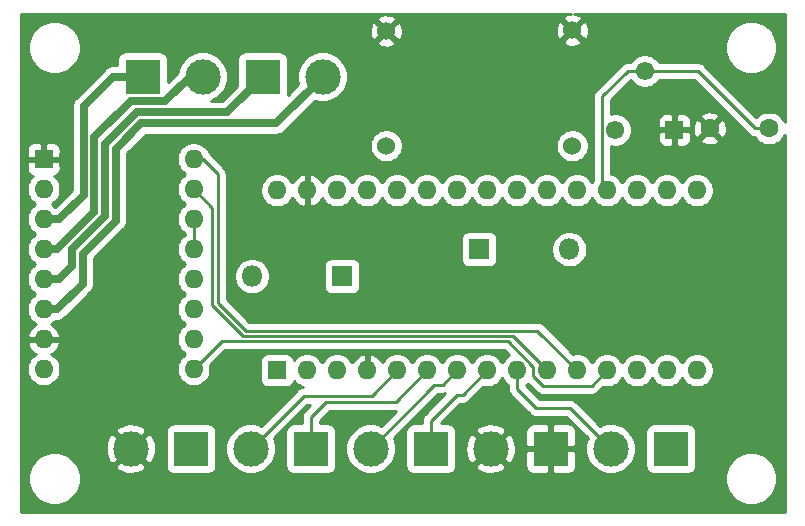
<source format=gbr>
%TF.GenerationSoftware,KiCad,Pcbnew,(5.1.6)-1*%
%TF.CreationDate,2021-06-26T17:30:22+02:00*%
%TF.ProjectId,turnTableDriver,7475726e-5461-4626-9c65-447269766572,rev?*%
%TF.SameCoordinates,Original*%
%TF.FileFunction,Copper,L2,Bot*%
%TF.FilePolarity,Positive*%
%FSLAX46Y46*%
G04 Gerber Fmt 4.6, Leading zero omitted, Abs format (unit mm)*
G04 Created by KiCad (PCBNEW (5.1.6)-1) date 2021-06-26 17:30:22*
%MOMM*%
%LPD*%
G01*
G04 APERTURE LIST*
%TA.AperFunction,ComponentPad*%
%ADD10C,1.600000*%
%TD*%
%TA.AperFunction,ComponentPad*%
%ADD11C,1.550000*%
%TD*%
%TA.AperFunction,ComponentPad*%
%ADD12R,1.550000X1.550000*%
%TD*%
%TA.AperFunction,ComponentPad*%
%ADD13C,3.000000*%
%TD*%
%TA.AperFunction,ComponentPad*%
%ADD14R,3.000000X3.000000*%
%TD*%
%TA.AperFunction,ComponentPad*%
%ADD15C,1.524000*%
%TD*%
%TA.AperFunction,ComponentPad*%
%ADD16O,1.800000X1.800000*%
%TD*%
%TA.AperFunction,ComponentPad*%
%ADD17R,1.800000X1.800000*%
%TD*%
%TA.AperFunction,ComponentPad*%
%ADD18O,1.600000X1.600000*%
%TD*%
%TA.AperFunction,ComponentPad*%
%ADD19R,1.600000X1.600000*%
%TD*%
%TA.AperFunction,ViaPad*%
%ADD20C,0.800000*%
%TD*%
%TA.AperFunction,Conductor*%
%ADD21C,0.250000*%
%TD*%
%TA.AperFunction,Conductor*%
%ADD22C,0.700000*%
%TD*%
%TA.AperFunction,Conductor*%
%ADD23C,0.254000*%
%TD*%
G04 APERTURE END LIST*
D10*
%TO.P,C1,2*%
%TO.N,GND*%
X108093500Y-63500000D03*
%TO.P,C1,1*%
%TO.N,Net-(A1-Pad19)*%
X113093500Y-63500000D03*
%TD*%
D11*
%TO.P,RV1,2*%
%TO.N,Net-(A1-Pad19)*%
X102595000Y-58629500D03*
D12*
%TO.P,RV1,1*%
%TO.N,GND*%
X105095000Y-63629500D03*
D11*
%TO.P,RV1,3*%
%TO.N,+5V*%
X100095000Y-63629500D03*
%TD*%
D13*
%TO.P,J7,2*%
%TO.N,Net-(A2-Pad6)*%
X75311000Y-59118500D03*
D14*
%TO.P,J7,1*%
%TO.N,Net-(A2-Pad5)*%
X70231000Y-59118500D03*
%TD*%
D13*
%TO.P,J6,2*%
%TO.N,Net-(A2-Pad4)*%
X65151000Y-59118500D03*
D14*
%TO.P,J6,1*%
%TO.N,Net-(A2-Pad3)*%
X60071000Y-59118500D03*
%TD*%
D13*
%TO.P,J5,2*%
%TO.N,GND*%
X59082000Y-90614500D03*
D14*
%TO.P,J5,1*%
%TO.N,+12V*%
X64162000Y-90614500D03*
%TD*%
D13*
%TO.P,J4,2*%
%TO.N,/sensor*%
X99703000Y-90614500D03*
D14*
%TO.P,J4,1*%
%TO.N,/5v*%
X104783000Y-90614500D03*
%TD*%
D13*
%TO.P,J3,2*%
%TO.N,GND*%
X89543000Y-90614500D03*
D14*
%TO.P,J3,1*%
X94623000Y-90614500D03*
%TD*%
D13*
%TO.P,J2,2*%
%TO.N,/CCW*%
X79383000Y-90614500D03*
D14*
%TO.P,J2,1*%
%TO.N,/CW*%
X84463000Y-90614500D03*
%TD*%
D13*
%TO.P,J1,2*%
%TO.N,/mode*%
X69223000Y-90614500D03*
D14*
%TO.P,J1,1*%
%TO.N,/store*%
X74303000Y-90614500D03*
%TD*%
D15*
%TO.P,DC-DC1,4*%
%TO.N,GND*%
X96456500Y-55181500D03*
%TO.P,DC-DC1,3*%
%TO.N,Net-(D2-Pad2)*%
X96456500Y-64960500D03*
%TO.P,DC-DC1,2*%
%TO.N,GND*%
X80708500Y-55245000D03*
%TO.P,DC-DC1,1*%
%TO.N,Net-(D1-Pad1)*%
X80708500Y-64960500D03*
%TD*%
D16*
%TO.P,D2,2*%
%TO.N,Net-(D2-Pad2)*%
X96202500Y-73723500D03*
D17*
%TO.P,D2,1*%
%TO.N,+5V*%
X88582500Y-73723500D03*
%TD*%
D16*
%TO.P,D1,2*%
%TO.N,+12V*%
X69342000Y-76009500D03*
D17*
%TO.P,D1,1*%
%TO.N,Net-(D1-Pad1)*%
X76962000Y-76009500D03*
%TD*%
D18*
%TO.P,A2,16*%
%TO.N,/dir*%
X64389000Y-66103500D03*
%TO.P,A2,8*%
%TO.N,+12V*%
X51689000Y-83883500D03*
%TO.P,A2,15*%
%TO.N,/step*%
X64389000Y-68643500D03*
%TO.P,A2,7*%
%TO.N,GND*%
X51689000Y-81343500D03*
%TO.P,A2,14*%
%TO.N,Net-(A2-Pad13)*%
X64389000Y-71183500D03*
%TO.P,A2,6*%
%TO.N,Net-(A2-Pad6)*%
X51689000Y-78803500D03*
%TO.P,A2,13*%
%TO.N,Net-(A2-Pad13)*%
X64389000Y-73723500D03*
%TO.P,A2,5*%
%TO.N,Net-(A2-Pad5)*%
X51689000Y-76263500D03*
%TO.P,A2,12*%
%TO.N,+5V*%
X64389000Y-76263500D03*
%TO.P,A2,4*%
%TO.N,Net-(A2-Pad4)*%
X51689000Y-73723500D03*
%TO.P,A2,11*%
%TO.N,+5V*%
X64389000Y-78803500D03*
%TO.P,A2,3*%
%TO.N,Net-(A2-Pad3)*%
X51689000Y-71183500D03*
%TO.P,A2,10*%
%TO.N,+5V*%
X64389000Y-81343500D03*
%TO.P,A2,2*%
X51689000Y-68643500D03*
%TO.P,A2,9*%
%TO.N,/enable*%
X64389000Y-83883500D03*
D19*
%TO.P,A2,1*%
%TO.N,GND*%
X51689000Y-66103500D03*
%TD*%
D18*
%TO.P,A1,16*%
%TO.N,Net-(A1-Pad16)*%
X107028000Y-68738500D03*
%TO.P,A1,15*%
%TO.N,Net-(A1-Pad15)*%
X107028000Y-83978500D03*
%TO.P,A1,30*%
%TO.N,Net-(A1-Pad30)*%
X71468000Y-68738500D03*
%TO.P,A1,14*%
%TO.N,Net-(A1-Pad14)*%
X104488000Y-83978500D03*
%TO.P,A1,29*%
%TO.N,GND*%
X74008000Y-68738500D03*
%TO.P,A1,13*%
%TO.N,Net-(A1-Pad13)*%
X101948000Y-83978500D03*
%TO.P,A1,28*%
%TO.N,Net-(A1-Pad28)*%
X76548000Y-68738500D03*
%TO.P,A1,12*%
%TO.N,/enable*%
X99408000Y-83978500D03*
%TO.P,A1,27*%
%TO.N,+5V*%
X79088000Y-68738500D03*
%TO.P,A1,11*%
%TO.N,/dir*%
X96868000Y-83978500D03*
%TO.P,A1,26*%
%TO.N,Net-(A1-Pad26)*%
X81628000Y-68738500D03*
%TO.P,A1,10*%
%TO.N,/step*%
X94328000Y-83978500D03*
%TO.P,A1,25*%
%TO.N,Net-(A1-Pad25)*%
X84168000Y-68738500D03*
%TO.P,A1,9*%
%TO.N,/sensor*%
X91788000Y-83978500D03*
%TO.P,A1,24*%
%TO.N,Net-(A1-Pad24)*%
X86708000Y-68738500D03*
%TO.P,A1,8*%
%TO.N,/CW*%
X89248000Y-83978500D03*
%TO.P,A1,23*%
%TO.N,Net-(A1-Pad23)*%
X89248000Y-68738500D03*
%TO.P,A1,7*%
%TO.N,/CCW*%
X86708000Y-83978500D03*
%TO.P,A1,22*%
%TO.N,Net-(A1-Pad22)*%
X91788000Y-68738500D03*
%TO.P,A1,6*%
%TO.N,/store*%
X84168000Y-83978500D03*
%TO.P,A1,21*%
%TO.N,Net-(A1-Pad21)*%
X94328000Y-68738500D03*
%TO.P,A1,5*%
%TO.N,/mode*%
X81628000Y-83978500D03*
%TO.P,A1,20*%
%TO.N,Net-(A1-Pad20)*%
X96868000Y-68738500D03*
%TO.P,A1,4*%
%TO.N,GND*%
X79088000Y-83978500D03*
%TO.P,A1,19*%
%TO.N,Net-(A1-Pad19)*%
X99408000Y-68738500D03*
%TO.P,A1,3*%
%TO.N,Net-(A1-Pad3)*%
X76548000Y-83978500D03*
%TO.P,A1,18*%
%TO.N,Net-(A1-Pad18)*%
X101948000Y-68738500D03*
%TO.P,A1,2*%
%TO.N,Net-(A1-Pad2)*%
X74008000Y-83978500D03*
%TO.P,A1,17*%
%TO.N,Net-(A1-Pad17)*%
X104488000Y-68738500D03*
D19*
%TO.P,A1,1*%
%TO.N,Net-(A1-Pad1)*%
X71468000Y-83978500D03*
%TD*%
D20*
%TO.N,GND*%
X56832500Y-55181500D03*
X56451500Y-78486000D03*
X60198000Y-69723000D03*
X73850500Y-65341500D03*
X72453500Y-76073000D03*
X82550000Y-75819000D03*
X94234000Y-78549500D03*
X107823000Y-79629000D03*
X109347000Y-73469500D03*
X113474500Y-66865500D03*
X113093500Y-88519000D03*
X105283000Y-93662500D03*
X81597500Y-93408500D03*
X72580500Y-93472000D03*
X51498500Y-88138000D03*
X50165000Y-62357000D03*
X83756500Y-73025000D03*
%TD*%
D21*
%TO.N,/enable*%
X64389000Y-83883500D02*
X66764740Y-81507760D01*
X90982262Y-81507760D02*
X93154500Y-83679998D01*
X66764740Y-81507760D02*
X90982262Y-81507760D01*
X93154500Y-84470002D02*
X93964998Y-85280500D01*
X93154500Y-83679998D02*
X93154500Y-84470002D01*
X98106000Y-85280500D02*
X99408000Y-83978500D01*
X93964998Y-85280500D02*
X98106000Y-85280500D01*
%TO.N,/step*%
X64389000Y-68643500D02*
X65976500Y-70231000D01*
X65976500Y-70231000D02*
X65976500Y-78422500D01*
X94328000Y-83978500D02*
X91407250Y-81057750D01*
X65976500Y-78422500D02*
X68611750Y-81057750D01*
X91407250Y-81057750D02*
X68611750Y-81057750D01*
%TO.N,/dir*%
X96868000Y-83978500D02*
X93497240Y-80607740D01*
X93497240Y-80607740D02*
X68798150Y-80607740D01*
X68798150Y-80607740D02*
X66426510Y-78236100D01*
X66426510Y-78236100D02*
X66426510Y-67379010D01*
X65151000Y-66103500D02*
X64389000Y-66103500D01*
X66426510Y-67379010D02*
X65151000Y-66103500D01*
%TO.N,/sensor*%
X99703000Y-90614500D02*
X96274000Y-87185500D01*
X96274000Y-87185500D02*
X93408500Y-87185500D01*
X91788000Y-85565000D02*
X91788000Y-83978500D01*
X93408500Y-87185500D02*
X91788000Y-85565000D01*
%TO.N,/CCW*%
X79383000Y-90614500D02*
X84780500Y-85217000D01*
X85469500Y-85217000D02*
X86708000Y-83978500D01*
X84780500Y-85217000D02*
X85469500Y-85217000D01*
%TO.N,/CW*%
X89248000Y-83978500D02*
X87184000Y-86042500D01*
X87184000Y-86042500D02*
X86677500Y-86042500D01*
X84463000Y-88257000D02*
X84463000Y-90614500D01*
X86677500Y-86042500D02*
X84463000Y-88257000D01*
%TO.N,/store*%
X84168000Y-83978500D02*
X81517000Y-86629500D01*
X81517000Y-86629500D02*
X75595000Y-86629500D01*
X74303000Y-87921500D02*
X74303000Y-90614500D01*
X75595000Y-86629500D02*
X74303000Y-87921500D01*
%TO.N,/mode*%
X69223000Y-90614500D02*
X73708000Y-86129500D01*
X79477000Y-86129500D02*
X81628000Y-83978500D01*
X73708000Y-86129500D02*
X79477000Y-86129500D01*
%TO.N,Net-(A1-Pad19)*%
X98994999Y-68325499D02*
X98994999Y-60771001D01*
X99408000Y-68738500D02*
X98994999Y-68325499D01*
X101136500Y-58629500D02*
X102595000Y-58629500D01*
X98994999Y-60771001D02*
X101136500Y-58629500D01*
X113093500Y-63500000D02*
X111950500Y-63500000D01*
X107080000Y-58629500D02*
X102595000Y-58629500D01*
X111950500Y-63500000D02*
X107080000Y-58629500D01*
%TO.N,Net-(A2-Pad13)*%
X64389000Y-73723500D02*
X64389000Y-71183500D01*
D22*
%TO.N,Net-(A2-Pad6)*%
X54995010Y-76628860D02*
X54995010Y-74094472D01*
X51689000Y-78803500D02*
X52820370Y-78803500D01*
X52820370Y-78803500D02*
X54995010Y-76628860D01*
X54995010Y-74094472D02*
X57795028Y-71294452D01*
X57795028Y-71294452D02*
X57795028Y-65202278D01*
X59967796Y-63029510D02*
X71399990Y-63029510D01*
X71399990Y-63029510D02*
X75311000Y-59118500D01*
X57795028Y-65202278D02*
X59967796Y-63029510D01*
%TO.N,Net-(A2-Pad5)*%
X70231000Y-59118500D02*
X67220000Y-62129500D01*
X59595000Y-62129500D02*
X56895020Y-64829480D01*
X67220000Y-62129500D02*
X59595000Y-62129500D01*
X56895019Y-70921657D02*
X54095000Y-73721676D01*
X56895020Y-64829480D02*
X56895019Y-70921657D01*
X54095000Y-73721676D02*
X54095000Y-75129500D01*
X52961000Y-76263500D02*
X51689000Y-76263500D01*
X54095000Y-75129500D02*
X52961000Y-76263500D01*
%TO.N,Net-(A2-Pad4)*%
X52820370Y-73723500D02*
X55995010Y-70548860D01*
X51689000Y-73723500D02*
X52820370Y-73723500D01*
X55995010Y-70548860D02*
X55995010Y-64229490D01*
X55995010Y-64229490D02*
X59055999Y-61168501D01*
X62011001Y-61168501D02*
X64061002Y-59118500D01*
X64061002Y-59118500D02*
X65151000Y-59118500D01*
X59055999Y-61168501D02*
X62011001Y-61168501D01*
%TO.N,Net-(A2-Pad3)*%
X60071000Y-59118500D02*
X57606000Y-59118500D01*
X57606000Y-59118500D02*
X55095000Y-61629500D01*
X55095000Y-61629500D02*
X55095000Y-69129500D01*
X53041000Y-71183500D02*
X51689000Y-71183500D01*
X55095000Y-69129500D02*
X53041000Y-71183500D01*
%TD*%
D23*
%TO.N,GND*%
G36*
X96112367Y-53820578D02*
G01*
X95853477Y-53913864D01*
X95737520Y-53975844D01*
X95670540Y-54215935D01*
X96456500Y-55001895D01*
X97242460Y-54215935D01*
X97175480Y-53975844D01*
X96926452Y-53858744D01*
X96659365Y-53792477D01*
X96595865Y-53789500D01*
X114435001Y-53789500D01*
X114435001Y-62988835D01*
X114365180Y-62820273D01*
X114208137Y-62585241D01*
X114008259Y-62385363D01*
X113773227Y-62228320D01*
X113512074Y-62120147D01*
X113234835Y-62065000D01*
X112952165Y-62065000D01*
X112674926Y-62120147D01*
X112413773Y-62228320D01*
X112178741Y-62385363D01*
X112044703Y-62519401D01*
X107643804Y-58118503D01*
X107620001Y-58089499D01*
X107504276Y-57994526D01*
X107372247Y-57923954D01*
X107228986Y-57880497D01*
X107117333Y-57869500D01*
X107117322Y-57869500D01*
X107080000Y-57865824D01*
X107042678Y-57869500D01*
X103782976Y-57869500D01*
X103690218Y-57730678D01*
X103493822Y-57534282D01*
X103262885Y-57379975D01*
X103006282Y-57273686D01*
X102733873Y-57219500D01*
X102456127Y-57219500D01*
X102183718Y-57273686D01*
X101927115Y-57379975D01*
X101696178Y-57534282D01*
X101499782Y-57730678D01*
X101407024Y-57869500D01*
X101173825Y-57869500D01*
X101136500Y-57865824D01*
X101099175Y-57869500D01*
X101099167Y-57869500D01*
X100987514Y-57880497D01*
X100844253Y-57923954D01*
X100712224Y-57994526D01*
X100596499Y-58089499D01*
X100572701Y-58118497D01*
X98483997Y-60207202D01*
X98454999Y-60231000D01*
X98431201Y-60259998D01*
X98431200Y-60259999D01*
X98360025Y-60346725D01*
X98289453Y-60478755D01*
X98281125Y-60506211D01*
X98247028Y-60618618D01*
X98245997Y-60622016D01*
X98231323Y-60771001D01*
X98235000Y-60808333D01*
X98234999Y-67911089D01*
X98138000Y-68056259D01*
X97982637Y-67823741D01*
X97782759Y-67623863D01*
X97547727Y-67466820D01*
X97286574Y-67358647D01*
X97009335Y-67303500D01*
X96726665Y-67303500D01*
X96449426Y-67358647D01*
X96188273Y-67466820D01*
X95953241Y-67623863D01*
X95753363Y-67823741D01*
X95598000Y-68056259D01*
X95442637Y-67823741D01*
X95242759Y-67623863D01*
X95007727Y-67466820D01*
X94746574Y-67358647D01*
X94469335Y-67303500D01*
X94186665Y-67303500D01*
X93909426Y-67358647D01*
X93648273Y-67466820D01*
X93413241Y-67623863D01*
X93213363Y-67823741D01*
X93058000Y-68056259D01*
X92902637Y-67823741D01*
X92702759Y-67623863D01*
X92467727Y-67466820D01*
X92206574Y-67358647D01*
X91929335Y-67303500D01*
X91646665Y-67303500D01*
X91369426Y-67358647D01*
X91108273Y-67466820D01*
X90873241Y-67623863D01*
X90673363Y-67823741D01*
X90518000Y-68056259D01*
X90362637Y-67823741D01*
X90162759Y-67623863D01*
X89927727Y-67466820D01*
X89666574Y-67358647D01*
X89389335Y-67303500D01*
X89106665Y-67303500D01*
X88829426Y-67358647D01*
X88568273Y-67466820D01*
X88333241Y-67623863D01*
X88133363Y-67823741D01*
X87978000Y-68056259D01*
X87822637Y-67823741D01*
X87622759Y-67623863D01*
X87387727Y-67466820D01*
X87126574Y-67358647D01*
X86849335Y-67303500D01*
X86566665Y-67303500D01*
X86289426Y-67358647D01*
X86028273Y-67466820D01*
X85793241Y-67623863D01*
X85593363Y-67823741D01*
X85438000Y-68056259D01*
X85282637Y-67823741D01*
X85082759Y-67623863D01*
X84847727Y-67466820D01*
X84586574Y-67358647D01*
X84309335Y-67303500D01*
X84026665Y-67303500D01*
X83749426Y-67358647D01*
X83488273Y-67466820D01*
X83253241Y-67623863D01*
X83053363Y-67823741D01*
X82898000Y-68056259D01*
X82742637Y-67823741D01*
X82542759Y-67623863D01*
X82307727Y-67466820D01*
X82046574Y-67358647D01*
X81769335Y-67303500D01*
X81486665Y-67303500D01*
X81209426Y-67358647D01*
X80948273Y-67466820D01*
X80713241Y-67623863D01*
X80513363Y-67823741D01*
X80358000Y-68056259D01*
X80202637Y-67823741D01*
X80002759Y-67623863D01*
X79767727Y-67466820D01*
X79506574Y-67358647D01*
X79229335Y-67303500D01*
X78946665Y-67303500D01*
X78669426Y-67358647D01*
X78408273Y-67466820D01*
X78173241Y-67623863D01*
X77973363Y-67823741D01*
X77818000Y-68056259D01*
X77662637Y-67823741D01*
X77462759Y-67623863D01*
X77227727Y-67466820D01*
X76966574Y-67358647D01*
X76689335Y-67303500D01*
X76406665Y-67303500D01*
X76129426Y-67358647D01*
X75868273Y-67466820D01*
X75633241Y-67623863D01*
X75433363Y-67823741D01*
X75276320Y-68058773D01*
X75271933Y-68069365D01*
X75160385Y-67883369D01*
X74971414Y-67674981D01*
X74745420Y-67507463D01*
X74491087Y-67387254D01*
X74357039Y-67346596D01*
X74135000Y-67468585D01*
X74135000Y-68611500D01*
X74155000Y-68611500D01*
X74155000Y-68865500D01*
X74135000Y-68865500D01*
X74135000Y-70008415D01*
X74357039Y-70130404D01*
X74491087Y-70089746D01*
X74745420Y-69969537D01*
X74971414Y-69802019D01*
X75160385Y-69593631D01*
X75271933Y-69407635D01*
X75276320Y-69418227D01*
X75433363Y-69653259D01*
X75633241Y-69853137D01*
X75868273Y-70010180D01*
X76129426Y-70118353D01*
X76406665Y-70173500D01*
X76689335Y-70173500D01*
X76966574Y-70118353D01*
X77227727Y-70010180D01*
X77462759Y-69853137D01*
X77662637Y-69653259D01*
X77818000Y-69420741D01*
X77973363Y-69653259D01*
X78173241Y-69853137D01*
X78408273Y-70010180D01*
X78669426Y-70118353D01*
X78946665Y-70173500D01*
X79229335Y-70173500D01*
X79506574Y-70118353D01*
X79767727Y-70010180D01*
X80002759Y-69853137D01*
X80202637Y-69653259D01*
X80358000Y-69420741D01*
X80513363Y-69653259D01*
X80713241Y-69853137D01*
X80948273Y-70010180D01*
X81209426Y-70118353D01*
X81486665Y-70173500D01*
X81769335Y-70173500D01*
X82046574Y-70118353D01*
X82307727Y-70010180D01*
X82542759Y-69853137D01*
X82742637Y-69653259D01*
X82898000Y-69420741D01*
X83053363Y-69653259D01*
X83253241Y-69853137D01*
X83488273Y-70010180D01*
X83749426Y-70118353D01*
X84026665Y-70173500D01*
X84309335Y-70173500D01*
X84586574Y-70118353D01*
X84847727Y-70010180D01*
X85082759Y-69853137D01*
X85282637Y-69653259D01*
X85438000Y-69420741D01*
X85593363Y-69653259D01*
X85793241Y-69853137D01*
X86028273Y-70010180D01*
X86289426Y-70118353D01*
X86566665Y-70173500D01*
X86849335Y-70173500D01*
X87126574Y-70118353D01*
X87387727Y-70010180D01*
X87622759Y-69853137D01*
X87822637Y-69653259D01*
X87978000Y-69420741D01*
X88133363Y-69653259D01*
X88333241Y-69853137D01*
X88568273Y-70010180D01*
X88829426Y-70118353D01*
X89106665Y-70173500D01*
X89389335Y-70173500D01*
X89666574Y-70118353D01*
X89927727Y-70010180D01*
X90162759Y-69853137D01*
X90362637Y-69653259D01*
X90518000Y-69420741D01*
X90673363Y-69653259D01*
X90873241Y-69853137D01*
X91108273Y-70010180D01*
X91369426Y-70118353D01*
X91646665Y-70173500D01*
X91929335Y-70173500D01*
X92206574Y-70118353D01*
X92467727Y-70010180D01*
X92702759Y-69853137D01*
X92902637Y-69653259D01*
X93058000Y-69420741D01*
X93213363Y-69653259D01*
X93413241Y-69853137D01*
X93648273Y-70010180D01*
X93909426Y-70118353D01*
X94186665Y-70173500D01*
X94469335Y-70173500D01*
X94746574Y-70118353D01*
X95007727Y-70010180D01*
X95242759Y-69853137D01*
X95442637Y-69653259D01*
X95598000Y-69420741D01*
X95753363Y-69653259D01*
X95953241Y-69853137D01*
X96188273Y-70010180D01*
X96449426Y-70118353D01*
X96726665Y-70173500D01*
X97009335Y-70173500D01*
X97286574Y-70118353D01*
X97547727Y-70010180D01*
X97782759Y-69853137D01*
X97982637Y-69653259D01*
X98138000Y-69420741D01*
X98293363Y-69653259D01*
X98493241Y-69853137D01*
X98728273Y-70010180D01*
X98989426Y-70118353D01*
X99266665Y-70173500D01*
X99549335Y-70173500D01*
X99826574Y-70118353D01*
X100087727Y-70010180D01*
X100322759Y-69853137D01*
X100522637Y-69653259D01*
X100678000Y-69420741D01*
X100833363Y-69653259D01*
X101033241Y-69853137D01*
X101268273Y-70010180D01*
X101529426Y-70118353D01*
X101806665Y-70173500D01*
X102089335Y-70173500D01*
X102366574Y-70118353D01*
X102627727Y-70010180D01*
X102862759Y-69853137D01*
X103062637Y-69653259D01*
X103218000Y-69420741D01*
X103373363Y-69653259D01*
X103573241Y-69853137D01*
X103808273Y-70010180D01*
X104069426Y-70118353D01*
X104346665Y-70173500D01*
X104629335Y-70173500D01*
X104906574Y-70118353D01*
X105167727Y-70010180D01*
X105402759Y-69853137D01*
X105602637Y-69653259D01*
X105758000Y-69420741D01*
X105913363Y-69653259D01*
X106113241Y-69853137D01*
X106348273Y-70010180D01*
X106609426Y-70118353D01*
X106886665Y-70173500D01*
X107169335Y-70173500D01*
X107446574Y-70118353D01*
X107707727Y-70010180D01*
X107942759Y-69853137D01*
X108142637Y-69653259D01*
X108299680Y-69418227D01*
X108407853Y-69157074D01*
X108463000Y-68879835D01*
X108463000Y-68597165D01*
X108407853Y-68319926D01*
X108299680Y-68058773D01*
X108142637Y-67823741D01*
X107942759Y-67623863D01*
X107707727Y-67466820D01*
X107446574Y-67358647D01*
X107169335Y-67303500D01*
X106886665Y-67303500D01*
X106609426Y-67358647D01*
X106348273Y-67466820D01*
X106113241Y-67623863D01*
X105913363Y-67823741D01*
X105758000Y-68056259D01*
X105602637Y-67823741D01*
X105402759Y-67623863D01*
X105167727Y-67466820D01*
X104906574Y-67358647D01*
X104629335Y-67303500D01*
X104346665Y-67303500D01*
X104069426Y-67358647D01*
X103808273Y-67466820D01*
X103573241Y-67623863D01*
X103373363Y-67823741D01*
X103218000Y-68056259D01*
X103062637Y-67823741D01*
X102862759Y-67623863D01*
X102627727Y-67466820D01*
X102366574Y-67358647D01*
X102089335Y-67303500D01*
X101806665Y-67303500D01*
X101529426Y-67358647D01*
X101268273Y-67466820D01*
X101033241Y-67623863D01*
X100833363Y-67823741D01*
X100678000Y-68056259D01*
X100522637Y-67823741D01*
X100322759Y-67623863D01*
X100087727Y-67466820D01*
X99826574Y-67358647D01*
X99754999Y-67344410D01*
X99754999Y-64999493D01*
X99956127Y-65039500D01*
X100233873Y-65039500D01*
X100506282Y-64985314D01*
X100762885Y-64879025D01*
X100993822Y-64724718D01*
X101190218Y-64528322D01*
X101272953Y-64404500D01*
X103681928Y-64404500D01*
X103694188Y-64528982D01*
X103730498Y-64648680D01*
X103789463Y-64758994D01*
X103868815Y-64855685D01*
X103965506Y-64935037D01*
X104075820Y-64994002D01*
X104195518Y-65030312D01*
X104320000Y-65042572D01*
X104809250Y-65039500D01*
X104968000Y-64880750D01*
X104968000Y-63756500D01*
X105222000Y-63756500D01*
X105222000Y-64880750D01*
X105380750Y-65039500D01*
X105870000Y-65042572D01*
X105994482Y-65030312D01*
X106114180Y-64994002D01*
X106224494Y-64935037D01*
X106321185Y-64855685D01*
X106400537Y-64758994D01*
X106459502Y-64648680D01*
X106495812Y-64528982D01*
X106499385Y-64492702D01*
X107280403Y-64492702D01*
X107351986Y-64736671D01*
X107607496Y-64857571D01*
X107881684Y-64926300D01*
X108164012Y-64940217D01*
X108443630Y-64898787D01*
X108709792Y-64803603D01*
X108835014Y-64736671D01*
X108906597Y-64492702D01*
X108093500Y-63679605D01*
X107280403Y-64492702D01*
X106499385Y-64492702D01*
X106508072Y-64404500D01*
X106505000Y-63915250D01*
X106346250Y-63756500D01*
X105222000Y-63756500D01*
X104968000Y-63756500D01*
X103843750Y-63756500D01*
X103685000Y-63915250D01*
X103681928Y-64404500D01*
X101272953Y-64404500D01*
X101344525Y-64297385D01*
X101450814Y-64040782D01*
X101505000Y-63768373D01*
X101505000Y-63570512D01*
X106653283Y-63570512D01*
X106694713Y-63850130D01*
X106789897Y-64116292D01*
X106856829Y-64241514D01*
X107100798Y-64313097D01*
X107913895Y-63500000D01*
X108273105Y-63500000D01*
X109086202Y-64313097D01*
X109330171Y-64241514D01*
X109451071Y-63986004D01*
X109519800Y-63711816D01*
X109533717Y-63429488D01*
X109492287Y-63149870D01*
X109397103Y-62883708D01*
X109330171Y-62758486D01*
X109086202Y-62686903D01*
X108273105Y-63500000D01*
X107913895Y-63500000D01*
X107100798Y-62686903D01*
X106856829Y-62758486D01*
X106735929Y-63013996D01*
X106667200Y-63288184D01*
X106653283Y-63570512D01*
X101505000Y-63570512D01*
X101505000Y-63490627D01*
X101450814Y-63218218D01*
X101344525Y-62961615D01*
X101272954Y-62854500D01*
X103681928Y-62854500D01*
X103685000Y-63343750D01*
X103843750Y-63502500D01*
X104968000Y-63502500D01*
X104968000Y-62378250D01*
X105222000Y-62378250D01*
X105222000Y-63502500D01*
X106346250Y-63502500D01*
X106505000Y-63343750D01*
X106508072Y-62854500D01*
X106495812Y-62730018D01*
X106459502Y-62610320D01*
X106404435Y-62507298D01*
X107280403Y-62507298D01*
X108093500Y-63320395D01*
X108906597Y-62507298D01*
X108835014Y-62263329D01*
X108579504Y-62142429D01*
X108305316Y-62073700D01*
X108022988Y-62059783D01*
X107743370Y-62101213D01*
X107477208Y-62196397D01*
X107351986Y-62263329D01*
X107280403Y-62507298D01*
X106404435Y-62507298D01*
X106400537Y-62500006D01*
X106321185Y-62403315D01*
X106224494Y-62323963D01*
X106114180Y-62264998D01*
X105994482Y-62228688D01*
X105870000Y-62216428D01*
X105380750Y-62219500D01*
X105222000Y-62378250D01*
X104968000Y-62378250D01*
X104809250Y-62219500D01*
X104320000Y-62216428D01*
X104195518Y-62228688D01*
X104075820Y-62264998D01*
X103965506Y-62323963D01*
X103868815Y-62403315D01*
X103789463Y-62500006D01*
X103730498Y-62610320D01*
X103694188Y-62730018D01*
X103681928Y-62854500D01*
X101272954Y-62854500D01*
X101190218Y-62730678D01*
X100993822Y-62534282D01*
X100762885Y-62379975D01*
X100506282Y-62273686D01*
X100233873Y-62219500D01*
X99956127Y-62219500D01*
X99754999Y-62259507D01*
X99754999Y-61085802D01*
X101424759Y-59416043D01*
X101499782Y-59528322D01*
X101696178Y-59724718D01*
X101927115Y-59879025D01*
X102183718Y-59985314D01*
X102456127Y-60039500D01*
X102733873Y-60039500D01*
X103006282Y-59985314D01*
X103262885Y-59879025D01*
X103493822Y-59724718D01*
X103690218Y-59528322D01*
X103782976Y-59389500D01*
X106765199Y-59389500D01*
X111386701Y-64011003D01*
X111410499Y-64040001D01*
X111439497Y-64063799D01*
X111526223Y-64134974D01*
X111612537Y-64181110D01*
X111658253Y-64205546D01*
X111801514Y-64249003D01*
X111872800Y-64256024D01*
X111978863Y-64414759D01*
X112178741Y-64614637D01*
X112413773Y-64771680D01*
X112674926Y-64879853D01*
X112952165Y-64935000D01*
X113234835Y-64935000D01*
X113512074Y-64879853D01*
X113773227Y-64771680D01*
X114008259Y-64614637D01*
X114208137Y-64414759D01*
X114365180Y-64179727D01*
X114435001Y-64011165D01*
X114435000Y-95969500D01*
X49755000Y-95969500D01*
X49755000Y-92909372D01*
X50360000Y-92909372D01*
X50360000Y-93349628D01*
X50445890Y-93781425D01*
X50614369Y-94188169D01*
X50858962Y-94554229D01*
X51170271Y-94865538D01*
X51536331Y-95110131D01*
X51943075Y-95278610D01*
X52374872Y-95364500D01*
X52815128Y-95364500D01*
X53246925Y-95278610D01*
X53653669Y-95110131D01*
X54019729Y-94865538D01*
X54331038Y-94554229D01*
X54575631Y-94188169D01*
X54744110Y-93781425D01*
X54830000Y-93349628D01*
X54830000Y-92909372D01*
X109360000Y-92909372D01*
X109360000Y-93349628D01*
X109445890Y-93781425D01*
X109614369Y-94188169D01*
X109858962Y-94554229D01*
X110170271Y-94865538D01*
X110536331Y-95110131D01*
X110943075Y-95278610D01*
X111374872Y-95364500D01*
X111815128Y-95364500D01*
X112246925Y-95278610D01*
X112653669Y-95110131D01*
X113019729Y-94865538D01*
X113331038Y-94554229D01*
X113575631Y-94188169D01*
X113744110Y-93781425D01*
X113830000Y-93349628D01*
X113830000Y-92909372D01*
X113744110Y-92477575D01*
X113575631Y-92070831D01*
X113331038Y-91704771D01*
X113019729Y-91393462D01*
X112653669Y-91148869D01*
X112246925Y-90980390D01*
X111815128Y-90894500D01*
X111374872Y-90894500D01*
X110943075Y-90980390D01*
X110536331Y-91148869D01*
X110170271Y-91393462D01*
X109858962Y-91704771D01*
X109614369Y-92070831D01*
X109445890Y-92477575D01*
X109360000Y-92909372D01*
X54830000Y-92909372D01*
X54744110Y-92477575D01*
X54590262Y-92106153D01*
X57769952Y-92106153D01*
X57925962Y-92421714D01*
X58300745Y-92612520D01*
X58705551Y-92726544D01*
X59124824Y-92759402D01*
X59542451Y-92709834D01*
X59942383Y-92579743D01*
X60238038Y-92421714D01*
X60394048Y-92106153D01*
X59082000Y-90794105D01*
X57769952Y-92106153D01*
X54590262Y-92106153D01*
X54575631Y-92070831D01*
X54331038Y-91704771D01*
X54019729Y-91393462D01*
X53653669Y-91148869D01*
X53246925Y-90980390D01*
X52815128Y-90894500D01*
X52374872Y-90894500D01*
X51943075Y-90980390D01*
X51536331Y-91148869D01*
X51170271Y-91393462D01*
X50858962Y-91704771D01*
X50614369Y-92070831D01*
X50445890Y-92477575D01*
X50360000Y-92909372D01*
X49755000Y-92909372D01*
X49755000Y-90657324D01*
X56937098Y-90657324D01*
X56986666Y-91074951D01*
X57116757Y-91474883D01*
X57274786Y-91770538D01*
X57590347Y-91926548D01*
X58902395Y-90614500D01*
X59261605Y-90614500D01*
X60573653Y-91926548D01*
X60889214Y-91770538D01*
X61080020Y-91395755D01*
X61194044Y-90990949D01*
X61226902Y-90571676D01*
X61177334Y-90154049D01*
X61047243Y-89754117D01*
X60889214Y-89458462D01*
X60573653Y-89302452D01*
X59261605Y-90614500D01*
X58902395Y-90614500D01*
X57590347Y-89302452D01*
X57274786Y-89458462D01*
X57083980Y-89833245D01*
X56969956Y-90238051D01*
X56937098Y-90657324D01*
X49755000Y-90657324D01*
X49755000Y-89122847D01*
X57769952Y-89122847D01*
X59082000Y-90434895D01*
X60394048Y-89122847D01*
X60389922Y-89114500D01*
X62023928Y-89114500D01*
X62023928Y-92114500D01*
X62036188Y-92238982D01*
X62072498Y-92358680D01*
X62131463Y-92468994D01*
X62210815Y-92565685D01*
X62307506Y-92645037D01*
X62417820Y-92704002D01*
X62537518Y-92740312D01*
X62662000Y-92752572D01*
X65662000Y-92752572D01*
X65786482Y-92740312D01*
X65906180Y-92704002D01*
X66016494Y-92645037D01*
X66113185Y-92565685D01*
X66192537Y-92468994D01*
X66251502Y-92358680D01*
X66287812Y-92238982D01*
X66300072Y-92114500D01*
X66300072Y-89114500D01*
X66287812Y-88990018D01*
X66251502Y-88870320D01*
X66192537Y-88760006D01*
X66113185Y-88663315D01*
X66016494Y-88583963D01*
X65906180Y-88524998D01*
X65786482Y-88488688D01*
X65662000Y-88476428D01*
X62662000Y-88476428D01*
X62537518Y-88488688D01*
X62417820Y-88524998D01*
X62307506Y-88583963D01*
X62210815Y-88663315D01*
X62131463Y-88760006D01*
X62072498Y-88870320D01*
X62036188Y-88990018D01*
X62023928Y-89114500D01*
X60389922Y-89114500D01*
X60238038Y-88807286D01*
X59863255Y-88616480D01*
X59458449Y-88502456D01*
X59039176Y-88469598D01*
X58621549Y-88519166D01*
X58221617Y-88649257D01*
X57925962Y-88807286D01*
X57769952Y-89122847D01*
X49755000Y-89122847D01*
X49755000Y-83742165D01*
X50254000Y-83742165D01*
X50254000Y-84024835D01*
X50309147Y-84302074D01*
X50417320Y-84563227D01*
X50574363Y-84798259D01*
X50774241Y-84998137D01*
X51009273Y-85155180D01*
X51270426Y-85263353D01*
X51547665Y-85318500D01*
X51830335Y-85318500D01*
X52107574Y-85263353D01*
X52368727Y-85155180D01*
X52603759Y-84998137D01*
X52803637Y-84798259D01*
X52960680Y-84563227D01*
X53068853Y-84302074D01*
X53124000Y-84024835D01*
X53124000Y-83742165D01*
X53068853Y-83464926D01*
X52960680Y-83203773D01*
X52803637Y-82968741D01*
X52603759Y-82768863D01*
X52368727Y-82611820D01*
X52358135Y-82607433D01*
X52544131Y-82495885D01*
X52752519Y-82306914D01*
X52920037Y-82080920D01*
X53040246Y-81826587D01*
X53080904Y-81692539D01*
X52958915Y-81470500D01*
X51816000Y-81470500D01*
X51816000Y-81490500D01*
X51562000Y-81490500D01*
X51562000Y-81470500D01*
X50419085Y-81470500D01*
X50297096Y-81692539D01*
X50337754Y-81826587D01*
X50457963Y-82080920D01*
X50625481Y-82306914D01*
X50833869Y-82495885D01*
X51019865Y-82607433D01*
X51009273Y-82611820D01*
X50774241Y-82768863D01*
X50574363Y-82968741D01*
X50417320Y-83203773D01*
X50309147Y-83464926D01*
X50254000Y-83742165D01*
X49755000Y-83742165D01*
X49755000Y-66903500D01*
X50250928Y-66903500D01*
X50263188Y-67027982D01*
X50299498Y-67147680D01*
X50358463Y-67257994D01*
X50437815Y-67354685D01*
X50534506Y-67434037D01*
X50644820Y-67493002D01*
X50764518Y-67529312D01*
X50772961Y-67530143D01*
X50574363Y-67728741D01*
X50417320Y-67963773D01*
X50309147Y-68224926D01*
X50254000Y-68502165D01*
X50254000Y-68784835D01*
X50309147Y-69062074D01*
X50417320Y-69323227D01*
X50574363Y-69558259D01*
X50774241Y-69758137D01*
X51006759Y-69913500D01*
X50774241Y-70068863D01*
X50574363Y-70268741D01*
X50417320Y-70503773D01*
X50309147Y-70764926D01*
X50254000Y-71042165D01*
X50254000Y-71324835D01*
X50309147Y-71602074D01*
X50417320Y-71863227D01*
X50574363Y-72098259D01*
X50774241Y-72298137D01*
X51006759Y-72453500D01*
X50774241Y-72608863D01*
X50574363Y-72808741D01*
X50417320Y-73043773D01*
X50309147Y-73304926D01*
X50254000Y-73582165D01*
X50254000Y-73864835D01*
X50309147Y-74142074D01*
X50417320Y-74403227D01*
X50574363Y-74638259D01*
X50774241Y-74838137D01*
X51006759Y-74993500D01*
X50774241Y-75148863D01*
X50574363Y-75348741D01*
X50417320Y-75583773D01*
X50309147Y-75844926D01*
X50254000Y-76122165D01*
X50254000Y-76404835D01*
X50309147Y-76682074D01*
X50417320Y-76943227D01*
X50574363Y-77178259D01*
X50774241Y-77378137D01*
X51006759Y-77533500D01*
X50774241Y-77688863D01*
X50574363Y-77888741D01*
X50417320Y-78123773D01*
X50309147Y-78384926D01*
X50254000Y-78662165D01*
X50254000Y-78944835D01*
X50309147Y-79222074D01*
X50417320Y-79483227D01*
X50574363Y-79718259D01*
X50774241Y-79918137D01*
X51009273Y-80075180D01*
X51019865Y-80079567D01*
X50833869Y-80191115D01*
X50625481Y-80380086D01*
X50457963Y-80606080D01*
X50337754Y-80860413D01*
X50297096Y-80994461D01*
X50419085Y-81216500D01*
X51562000Y-81216500D01*
X51562000Y-81196500D01*
X51816000Y-81196500D01*
X51816000Y-81216500D01*
X52958915Y-81216500D01*
X53080904Y-80994461D01*
X53040246Y-80860413D01*
X52920037Y-80606080D01*
X52752519Y-80380086D01*
X52544131Y-80191115D01*
X52358135Y-80079567D01*
X52368727Y-80075180D01*
X52603759Y-79918137D01*
X52733396Y-79788500D01*
X52771990Y-79788500D01*
X52820370Y-79793265D01*
X52868750Y-79788500D01*
X53013464Y-79774247D01*
X53199137Y-79717924D01*
X53370254Y-79626460D01*
X53520240Y-79503370D01*
X53551086Y-79465784D01*
X55657294Y-77359576D01*
X55694880Y-77328730D01*
X55817970Y-77178744D01*
X55909434Y-77007627D01*
X55965757Y-76821954D01*
X55980010Y-76677240D01*
X55980010Y-76677239D01*
X55984775Y-76628861D01*
X55980010Y-76580481D01*
X55980010Y-74502471D01*
X58457312Y-72025168D01*
X58494898Y-71994322D01*
X58617988Y-71844336D01*
X58709452Y-71673219D01*
X58765775Y-71487546D01*
X58780028Y-71342832D01*
X58780028Y-71342831D01*
X58784793Y-71294452D01*
X58780028Y-71246072D01*
X58780028Y-65962165D01*
X62954000Y-65962165D01*
X62954000Y-66244835D01*
X63009147Y-66522074D01*
X63117320Y-66783227D01*
X63274363Y-67018259D01*
X63474241Y-67218137D01*
X63706759Y-67373500D01*
X63474241Y-67528863D01*
X63274363Y-67728741D01*
X63117320Y-67963773D01*
X63009147Y-68224926D01*
X62954000Y-68502165D01*
X62954000Y-68784835D01*
X63009147Y-69062074D01*
X63117320Y-69323227D01*
X63274363Y-69558259D01*
X63474241Y-69758137D01*
X63706759Y-69913500D01*
X63474241Y-70068863D01*
X63274363Y-70268741D01*
X63117320Y-70503773D01*
X63009147Y-70764926D01*
X62954000Y-71042165D01*
X62954000Y-71324835D01*
X63009147Y-71602074D01*
X63117320Y-71863227D01*
X63274363Y-72098259D01*
X63474241Y-72298137D01*
X63629001Y-72401544D01*
X63629000Y-72505456D01*
X63474241Y-72608863D01*
X63274363Y-72808741D01*
X63117320Y-73043773D01*
X63009147Y-73304926D01*
X62954000Y-73582165D01*
X62954000Y-73864835D01*
X63009147Y-74142074D01*
X63117320Y-74403227D01*
X63274363Y-74638259D01*
X63474241Y-74838137D01*
X63706759Y-74993500D01*
X63474241Y-75148863D01*
X63274363Y-75348741D01*
X63117320Y-75583773D01*
X63009147Y-75844926D01*
X62954000Y-76122165D01*
X62954000Y-76404835D01*
X63009147Y-76682074D01*
X63117320Y-76943227D01*
X63274363Y-77178259D01*
X63474241Y-77378137D01*
X63706759Y-77533500D01*
X63474241Y-77688863D01*
X63274363Y-77888741D01*
X63117320Y-78123773D01*
X63009147Y-78384926D01*
X62954000Y-78662165D01*
X62954000Y-78944835D01*
X63009147Y-79222074D01*
X63117320Y-79483227D01*
X63274363Y-79718259D01*
X63474241Y-79918137D01*
X63706759Y-80073500D01*
X63474241Y-80228863D01*
X63274363Y-80428741D01*
X63117320Y-80663773D01*
X63009147Y-80924926D01*
X62954000Y-81202165D01*
X62954000Y-81484835D01*
X63009147Y-81762074D01*
X63117320Y-82023227D01*
X63274363Y-82258259D01*
X63474241Y-82458137D01*
X63706759Y-82613500D01*
X63474241Y-82768863D01*
X63274363Y-82968741D01*
X63117320Y-83203773D01*
X63009147Y-83464926D01*
X62954000Y-83742165D01*
X62954000Y-84024835D01*
X63009147Y-84302074D01*
X63117320Y-84563227D01*
X63274363Y-84798259D01*
X63474241Y-84998137D01*
X63709273Y-85155180D01*
X63970426Y-85263353D01*
X64247665Y-85318500D01*
X64530335Y-85318500D01*
X64807574Y-85263353D01*
X65068727Y-85155180D01*
X65303759Y-84998137D01*
X65503637Y-84798259D01*
X65660680Y-84563227D01*
X65768853Y-84302074D01*
X65824000Y-84024835D01*
X65824000Y-83742165D01*
X65787688Y-83559614D01*
X67079542Y-82267760D01*
X90667461Y-82267760D01*
X91107222Y-82707522D01*
X90873241Y-82863863D01*
X90673363Y-83063741D01*
X90518000Y-83296259D01*
X90362637Y-83063741D01*
X90162759Y-82863863D01*
X89927727Y-82706820D01*
X89666574Y-82598647D01*
X89389335Y-82543500D01*
X89106665Y-82543500D01*
X88829426Y-82598647D01*
X88568273Y-82706820D01*
X88333241Y-82863863D01*
X88133363Y-83063741D01*
X87978000Y-83296259D01*
X87822637Y-83063741D01*
X87622759Y-82863863D01*
X87387727Y-82706820D01*
X87126574Y-82598647D01*
X86849335Y-82543500D01*
X86566665Y-82543500D01*
X86289426Y-82598647D01*
X86028273Y-82706820D01*
X85793241Y-82863863D01*
X85593363Y-83063741D01*
X85438000Y-83296259D01*
X85282637Y-83063741D01*
X85082759Y-82863863D01*
X84847727Y-82706820D01*
X84586574Y-82598647D01*
X84309335Y-82543500D01*
X84026665Y-82543500D01*
X83749426Y-82598647D01*
X83488273Y-82706820D01*
X83253241Y-82863863D01*
X83053363Y-83063741D01*
X82898000Y-83296259D01*
X82742637Y-83063741D01*
X82542759Y-82863863D01*
X82307727Y-82706820D01*
X82046574Y-82598647D01*
X81769335Y-82543500D01*
X81486665Y-82543500D01*
X81209426Y-82598647D01*
X80948273Y-82706820D01*
X80713241Y-82863863D01*
X80513363Y-83063741D01*
X80356320Y-83298773D01*
X80351933Y-83309365D01*
X80240385Y-83123369D01*
X80051414Y-82914981D01*
X79825420Y-82747463D01*
X79571087Y-82627254D01*
X79437039Y-82586596D01*
X79215000Y-82708585D01*
X79215000Y-83851500D01*
X79235000Y-83851500D01*
X79235000Y-84105500D01*
X79215000Y-84105500D01*
X79215000Y-84125500D01*
X78961000Y-84125500D01*
X78961000Y-84105500D01*
X78941000Y-84105500D01*
X78941000Y-83851500D01*
X78961000Y-83851500D01*
X78961000Y-82708585D01*
X78738961Y-82586596D01*
X78604913Y-82627254D01*
X78350580Y-82747463D01*
X78124586Y-82914981D01*
X77935615Y-83123369D01*
X77824067Y-83309365D01*
X77819680Y-83298773D01*
X77662637Y-83063741D01*
X77462759Y-82863863D01*
X77227727Y-82706820D01*
X76966574Y-82598647D01*
X76689335Y-82543500D01*
X76406665Y-82543500D01*
X76129426Y-82598647D01*
X75868273Y-82706820D01*
X75633241Y-82863863D01*
X75433363Y-83063741D01*
X75278000Y-83296259D01*
X75122637Y-83063741D01*
X74922759Y-82863863D01*
X74687727Y-82706820D01*
X74426574Y-82598647D01*
X74149335Y-82543500D01*
X73866665Y-82543500D01*
X73589426Y-82598647D01*
X73328273Y-82706820D01*
X73093241Y-82863863D01*
X72894643Y-83062461D01*
X72893812Y-83054018D01*
X72857502Y-82934320D01*
X72798537Y-82824006D01*
X72719185Y-82727315D01*
X72622494Y-82647963D01*
X72512180Y-82588998D01*
X72392482Y-82552688D01*
X72268000Y-82540428D01*
X70668000Y-82540428D01*
X70543518Y-82552688D01*
X70423820Y-82588998D01*
X70313506Y-82647963D01*
X70216815Y-82727315D01*
X70137463Y-82824006D01*
X70078498Y-82934320D01*
X70042188Y-83054018D01*
X70029928Y-83178500D01*
X70029928Y-84778500D01*
X70042188Y-84902982D01*
X70078498Y-85022680D01*
X70137463Y-85132994D01*
X70216815Y-85229685D01*
X70313506Y-85309037D01*
X70423820Y-85368002D01*
X70543518Y-85404312D01*
X70668000Y-85416572D01*
X72268000Y-85416572D01*
X72392482Y-85404312D01*
X72512180Y-85368002D01*
X72622494Y-85309037D01*
X72719185Y-85229685D01*
X72798537Y-85132994D01*
X72857502Y-85022680D01*
X72893812Y-84902982D01*
X72894643Y-84894539D01*
X73093241Y-85093137D01*
X73328273Y-85250180D01*
X73589426Y-85358353D01*
X73653811Y-85371160D01*
X73559014Y-85380497D01*
X73415753Y-85423954D01*
X73283724Y-85494526D01*
X73167999Y-85589499D01*
X73144201Y-85618497D01*
X70097059Y-88665640D01*
X69845756Y-88561547D01*
X69433279Y-88479500D01*
X69012721Y-88479500D01*
X68600244Y-88561547D01*
X68211698Y-88722488D01*
X67862017Y-88956137D01*
X67564637Y-89253517D01*
X67330988Y-89603198D01*
X67170047Y-89991744D01*
X67088000Y-90404221D01*
X67088000Y-90824779D01*
X67170047Y-91237256D01*
X67330988Y-91625802D01*
X67564637Y-91975483D01*
X67862017Y-92272863D01*
X68211698Y-92506512D01*
X68600244Y-92667453D01*
X69012721Y-92749500D01*
X69433279Y-92749500D01*
X69845756Y-92667453D01*
X70234302Y-92506512D01*
X70583983Y-92272863D01*
X70881363Y-91975483D01*
X71115012Y-91625802D01*
X71275953Y-91237256D01*
X71358000Y-90824779D01*
X71358000Y-90404221D01*
X71275953Y-89991744D01*
X71171860Y-89740441D01*
X74022802Y-86889500D01*
X74260199Y-86889500D01*
X73792003Y-87357696D01*
X73762999Y-87381499D01*
X73707871Y-87448674D01*
X73668026Y-87497224D01*
X73597455Y-87629253D01*
X73597454Y-87629254D01*
X73553997Y-87772515D01*
X73543000Y-87884168D01*
X73543000Y-87884178D01*
X73539324Y-87921500D01*
X73543000Y-87958823D01*
X73543000Y-88476428D01*
X72803000Y-88476428D01*
X72678518Y-88488688D01*
X72558820Y-88524998D01*
X72448506Y-88583963D01*
X72351815Y-88663315D01*
X72272463Y-88760006D01*
X72213498Y-88870320D01*
X72177188Y-88990018D01*
X72164928Y-89114500D01*
X72164928Y-92114500D01*
X72177188Y-92238982D01*
X72213498Y-92358680D01*
X72272463Y-92468994D01*
X72351815Y-92565685D01*
X72448506Y-92645037D01*
X72558820Y-92704002D01*
X72678518Y-92740312D01*
X72803000Y-92752572D01*
X75803000Y-92752572D01*
X75927482Y-92740312D01*
X76047180Y-92704002D01*
X76157494Y-92645037D01*
X76254185Y-92565685D01*
X76333537Y-92468994D01*
X76392502Y-92358680D01*
X76428812Y-92238982D01*
X76441072Y-92114500D01*
X76441072Y-89114500D01*
X76428812Y-88990018D01*
X76392502Y-88870320D01*
X76333537Y-88760006D01*
X76254185Y-88663315D01*
X76157494Y-88583963D01*
X76047180Y-88524998D01*
X75927482Y-88488688D01*
X75803000Y-88476428D01*
X75063000Y-88476428D01*
X75063000Y-88236301D01*
X75909802Y-87389500D01*
X81479678Y-87389500D01*
X81517000Y-87393176D01*
X81530891Y-87391808D01*
X80257059Y-88665640D01*
X80005756Y-88561547D01*
X79593279Y-88479500D01*
X79172721Y-88479500D01*
X78760244Y-88561547D01*
X78371698Y-88722488D01*
X78022017Y-88956137D01*
X77724637Y-89253517D01*
X77490988Y-89603198D01*
X77330047Y-89991744D01*
X77248000Y-90404221D01*
X77248000Y-90824779D01*
X77330047Y-91237256D01*
X77490988Y-91625802D01*
X77724637Y-91975483D01*
X78022017Y-92272863D01*
X78371698Y-92506512D01*
X78760244Y-92667453D01*
X79172721Y-92749500D01*
X79593279Y-92749500D01*
X80005756Y-92667453D01*
X80394302Y-92506512D01*
X80743983Y-92272863D01*
X81041363Y-91975483D01*
X81275012Y-91625802D01*
X81435953Y-91237256D01*
X81518000Y-90824779D01*
X81518000Y-90404221D01*
X81435953Y-89991744D01*
X81331860Y-89740441D01*
X85095302Y-85977000D01*
X85432178Y-85977000D01*
X85469500Y-85980676D01*
X85506822Y-85977000D01*
X85506833Y-85977000D01*
X85618486Y-85966003D01*
X85705629Y-85939569D01*
X83952003Y-87693196D01*
X83922999Y-87716999D01*
X83877439Y-87772515D01*
X83828026Y-87832724D01*
X83796852Y-87891046D01*
X83757454Y-87964754D01*
X83713997Y-88108015D01*
X83703000Y-88219668D01*
X83703000Y-88219678D01*
X83699324Y-88257000D01*
X83703000Y-88294323D01*
X83703000Y-88476428D01*
X82963000Y-88476428D01*
X82838518Y-88488688D01*
X82718820Y-88524998D01*
X82608506Y-88583963D01*
X82511815Y-88663315D01*
X82432463Y-88760006D01*
X82373498Y-88870320D01*
X82337188Y-88990018D01*
X82324928Y-89114500D01*
X82324928Y-92114500D01*
X82337188Y-92238982D01*
X82373498Y-92358680D01*
X82432463Y-92468994D01*
X82511815Y-92565685D01*
X82608506Y-92645037D01*
X82718820Y-92704002D01*
X82838518Y-92740312D01*
X82963000Y-92752572D01*
X85963000Y-92752572D01*
X86087482Y-92740312D01*
X86207180Y-92704002D01*
X86317494Y-92645037D01*
X86414185Y-92565685D01*
X86493537Y-92468994D01*
X86552502Y-92358680D01*
X86588812Y-92238982D01*
X86601072Y-92114500D01*
X86601072Y-92106153D01*
X88230952Y-92106153D01*
X88386962Y-92421714D01*
X88761745Y-92612520D01*
X89166551Y-92726544D01*
X89585824Y-92759402D01*
X90003451Y-92709834D01*
X90403383Y-92579743D01*
X90699038Y-92421714D01*
X90850921Y-92114500D01*
X92484928Y-92114500D01*
X92497188Y-92238982D01*
X92533498Y-92358680D01*
X92592463Y-92468994D01*
X92671815Y-92565685D01*
X92768506Y-92645037D01*
X92878820Y-92704002D01*
X92998518Y-92740312D01*
X93123000Y-92752572D01*
X94337250Y-92749500D01*
X94496000Y-92590750D01*
X94496000Y-90741500D01*
X94750000Y-90741500D01*
X94750000Y-92590750D01*
X94908750Y-92749500D01*
X96123000Y-92752572D01*
X96247482Y-92740312D01*
X96367180Y-92704002D01*
X96477494Y-92645037D01*
X96574185Y-92565685D01*
X96653537Y-92468994D01*
X96712502Y-92358680D01*
X96748812Y-92238982D01*
X96761072Y-92114500D01*
X96758000Y-90900250D01*
X96599250Y-90741500D01*
X94750000Y-90741500D01*
X94496000Y-90741500D01*
X92646750Y-90741500D01*
X92488000Y-90900250D01*
X92484928Y-92114500D01*
X90850921Y-92114500D01*
X90855048Y-92106153D01*
X89543000Y-90794105D01*
X88230952Y-92106153D01*
X86601072Y-92106153D01*
X86601072Y-90657324D01*
X87398098Y-90657324D01*
X87447666Y-91074951D01*
X87577757Y-91474883D01*
X87735786Y-91770538D01*
X88051347Y-91926548D01*
X89363395Y-90614500D01*
X89722605Y-90614500D01*
X91034653Y-91926548D01*
X91350214Y-91770538D01*
X91541020Y-91395755D01*
X91655044Y-90990949D01*
X91687902Y-90571676D01*
X91638334Y-90154049D01*
X91508243Y-89754117D01*
X91350214Y-89458462D01*
X91034653Y-89302452D01*
X89722605Y-90614500D01*
X89363395Y-90614500D01*
X88051347Y-89302452D01*
X87735786Y-89458462D01*
X87544980Y-89833245D01*
X87430956Y-90238051D01*
X87398098Y-90657324D01*
X86601072Y-90657324D01*
X86601072Y-89122847D01*
X88230952Y-89122847D01*
X89543000Y-90434895D01*
X90855048Y-89122847D01*
X90850922Y-89114500D01*
X92484928Y-89114500D01*
X92488000Y-90328750D01*
X92646750Y-90487500D01*
X94496000Y-90487500D01*
X94496000Y-88638250D01*
X94750000Y-88638250D01*
X94750000Y-90487500D01*
X96599250Y-90487500D01*
X96758000Y-90328750D01*
X96761072Y-89114500D01*
X96748812Y-88990018D01*
X96712502Y-88870320D01*
X96653537Y-88760006D01*
X96574185Y-88663315D01*
X96477494Y-88583963D01*
X96367180Y-88524998D01*
X96247482Y-88488688D01*
X96123000Y-88476428D01*
X94908750Y-88479500D01*
X94750000Y-88638250D01*
X94496000Y-88638250D01*
X94337250Y-88479500D01*
X93123000Y-88476428D01*
X92998518Y-88488688D01*
X92878820Y-88524998D01*
X92768506Y-88583963D01*
X92671815Y-88663315D01*
X92592463Y-88760006D01*
X92533498Y-88870320D01*
X92497188Y-88990018D01*
X92484928Y-89114500D01*
X90850922Y-89114500D01*
X90699038Y-88807286D01*
X90324255Y-88616480D01*
X89919449Y-88502456D01*
X89500176Y-88469598D01*
X89082549Y-88519166D01*
X88682617Y-88649257D01*
X88386962Y-88807286D01*
X88230952Y-89122847D01*
X86601072Y-89122847D01*
X86601072Y-89114500D01*
X86588812Y-88990018D01*
X86552502Y-88870320D01*
X86493537Y-88760006D01*
X86414185Y-88663315D01*
X86317494Y-88583963D01*
X86207180Y-88524998D01*
X86087482Y-88488688D01*
X85963000Y-88476428D01*
X85318373Y-88476428D01*
X86992302Y-86802500D01*
X87146678Y-86802500D01*
X87184000Y-86806176D01*
X87221322Y-86802500D01*
X87221333Y-86802500D01*
X87332986Y-86791503D01*
X87476247Y-86748046D01*
X87608276Y-86677474D01*
X87724001Y-86582501D01*
X87747804Y-86553497D01*
X88924114Y-85377188D01*
X89106665Y-85413500D01*
X89389335Y-85413500D01*
X89666574Y-85358353D01*
X89927727Y-85250180D01*
X90162759Y-85093137D01*
X90362637Y-84893259D01*
X90518000Y-84660741D01*
X90673363Y-84893259D01*
X90873241Y-85093137D01*
X91028000Y-85196544D01*
X91028000Y-85527677D01*
X91024324Y-85565000D01*
X91028000Y-85602322D01*
X91028000Y-85602332D01*
X91038997Y-85713985D01*
X91071308Y-85820501D01*
X91082454Y-85857246D01*
X91153026Y-85989276D01*
X91157335Y-85994526D01*
X91247999Y-86105001D01*
X91277003Y-86128804D01*
X92844700Y-87696502D01*
X92868499Y-87725501D01*
X92897497Y-87749299D01*
X92984223Y-87820474D01*
X93103383Y-87884167D01*
X93116253Y-87891046D01*
X93259514Y-87934503D01*
X93371167Y-87945500D01*
X93371176Y-87945500D01*
X93408499Y-87949176D01*
X93445822Y-87945500D01*
X95959199Y-87945500D01*
X97754140Y-89740441D01*
X97650047Y-89991744D01*
X97568000Y-90404221D01*
X97568000Y-90824779D01*
X97650047Y-91237256D01*
X97810988Y-91625802D01*
X98044637Y-91975483D01*
X98342017Y-92272863D01*
X98691698Y-92506512D01*
X99080244Y-92667453D01*
X99492721Y-92749500D01*
X99913279Y-92749500D01*
X100325756Y-92667453D01*
X100714302Y-92506512D01*
X101063983Y-92272863D01*
X101361363Y-91975483D01*
X101595012Y-91625802D01*
X101755953Y-91237256D01*
X101838000Y-90824779D01*
X101838000Y-90404221D01*
X101755953Y-89991744D01*
X101595012Y-89603198D01*
X101361363Y-89253517D01*
X101222346Y-89114500D01*
X102644928Y-89114500D01*
X102644928Y-92114500D01*
X102657188Y-92238982D01*
X102693498Y-92358680D01*
X102752463Y-92468994D01*
X102831815Y-92565685D01*
X102928506Y-92645037D01*
X103038820Y-92704002D01*
X103158518Y-92740312D01*
X103283000Y-92752572D01*
X106283000Y-92752572D01*
X106407482Y-92740312D01*
X106527180Y-92704002D01*
X106637494Y-92645037D01*
X106734185Y-92565685D01*
X106813537Y-92468994D01*
X106872502Y-92358680D01*
X106908812Y-92238982D01*
X106921072Y-92114500D01*
X106921072Y-89114500D01*
X106908812Y-88990018D01*
X106872502Y-88870320D01*
X106813537Y-88760006D01*
X106734185Y-88663315D01*
X106637494Y-88583963D01*
X106527180Y-88524998D01*
X106407482Y-88488688D01*
X106283000Y-88476428D01*
X103283000Y-88476428D01*
X103158518Y-88488688D01*
X103038820Y-88524998D01*
X102928506Y-88583963D01*
X102831815Y-88663315D01*
X102752463Y-88760006D01*
X102693498Y-88870320D01*
X102657188Y-88990018D01*
X102644928Y-89114500D01*
X101222346Y-89114500D01*
X101063983Y-88956137D01*
X100714302Y-88722488D01*
X100325756Y-88561547D01*
X99913279Y-88479500D01*
X99492721Y-88479500D01*
X99080244Y-88561547D01*
X98828941Y-88665640D01*
X96837804Y-86674503D01*
X96814001Y-86645499D01*
X96698276Y-86550526D01*
X96566247Y-86479954D01*
X96422986Y-86436497D01*
X96311333Y-86425500D01*
X96311322Y-86425500D01*
X96274000Y-86421824D01*
X96236678Y-86425500D01*
X93723302Y-86425500D01*
X92548000Y-85250199D01*
X92548000Y-85196543D01*
X92702759Y-85093137D01*
X92702796Y-85093100D01*
X93401199Y-85791502D01*
X93424997Y-85820501D01*
X93540722Y-85915474D01*
X93672751Y-85986046D01*
X93816012Y-86029503D01*
X93927665Y-86040500D01*
X93927674Y-86040500D01*
X93964997Y-86044176D01*
X94002320Y-86040500D01*
X98068678Y-86040500D01*
X98106000Y-86044176D01*
X98143322Y-86040500D01*
X98143333Y-86040500D01*
X98254986Y-86029503D01*
X98398247Y-85986046D01*
X98530276Y-85915474D01*
X98646001Y-85820501D01*
X98669804Y-85791497D01*
X99084114Y-85377188D01*
X99266665Y-85413500D01*
X99549335Y-85413500D01*
X99826574Y-85358353D01*
X100087727Y-85250180D01*
X100322759Y-85093137D01*
X100522637Y-84893259D01*
X100678000Y-84660741D01*
X100833363Y-84893259D01*
X101033241Y-85093137D01*
X101268273Y-85250180D01*
X101529426Y-85358353D01*
X101806665Y-85413500D01*
X102089335Y-85413500D01*
X102366574Y-85358353D01*
X102627727Y-85250180D01*
X102862759Y-85093137D01*
X103062637Y-84893259D01*
X103218000Y-84660741D01*
X103373363Y-84893259D01*
X103573241Y-85093137D01*
X103808273Y-85250180D01*
X104069426Y-85358353D01*
X104346665Y-85413500D01*
X104629335Y-85413500D01*
X104906574Y-85358353D01*
X105167727Y-85250180D01*
X105402759Y-85093137D01*
X105602637Y-84893259D01*
X105758000Y-84660741D01*
X105913363Y-84893259D01*
X106113241Y-85093137D01*
X106348273Y-85250180D01*
X106609426Y-85358353D01*
X106886665Y-85413500D01*
X107169335Y-85413500D01*
X107446574Y-85358353D01*
X107707727Y-85250180D01*
X107942759Y-85093137D01*
X108142637Y-84893259D01*
X108299680Y-84658227D01*
X108407853Y-84397074D01*
X108463000Y-84119835D01*
X108463000Y-83837165D01*
X108407853Y-83559926D01*
X108299680Y-83298773D01*
X108142637Y-83063741D01*
X107942759Y-82863863D01*
X107707727Y-82706820D01*
X107446574Y-82598647D01*
X107169335Y-82543500D01*
X106886665Y-82543500D01*
X106609426Y-82598647D01*
X106348273Y-82706820D01*
X106113241Y-82863863D01*
X105913363Y-83063741D01*
X105758000Y-83296259D01*
X105602637Y-83063741D01*
X105402759Y-82863863D01*
X105167727Y-82706820D01*
X104906574Y-82598647D01*
X104629335Y-82543500D01*
X104346665Y-82543500D01*
X104069426Y-82598647D01*
X103808273Y-82706820D01*
X103573241Y-82863863D01*
X103373363Y-83063741D01*
X103218000Y-83296259D01*
X103062637Y-83063741D01*
X102862759Y-82863863D01*
X102627727Y-82706820D01*
X102366574Y-82598647D01*
X102089335Y-82543500D01*
X101806665Y-82543500D01*
X101529426Y-82598647D01*
X101268273Y-82706820D01*
X101033241Y-82863863D01*
X100833363Y-83063741D01*
X100678000Y-83296259D01*
X100522637Y-83063741D01*
X100322759Y-82863863D01*
X100087727Y-82706820D01*
X99826574Y-82598647D01*
X99549335Y-82543500D01*
X99266665Y-82543500D01*
X98989426Y-82598647D01*
X98728273Y-82706820D01*
X98493241Y-82863863D01*
X98293363Y-83063741D01*
X98138000Y-83296259D01*
X97982637Y-83063741D01*
X97782759Y-82863863D01*
X97547727Y-82706820D01*
X97286574Y-82598647D01*
X97009335Y-82543500D01*
X96726665Y-82543500D01*
X96544114Y-82579812D01*
X94061044Y-80096743D01*
X94037241Y-80067739D01*
X93921516Y-79972766D01*
X93789487Y-79902194D01*
X93646226Y-79858737D01*
X93534573Y-79847740D01*
X93534562Y-79847740D01*
X93497240Y-79844064D01*
X93459918Y-79847740D01*
X69112953Y-79847740D01*
X67186510Y-77921299D01*
X67186510Y-75858316D01*
X67807000Y-75858316D01*
X67807000Y-76160684D01*
X67865989Y-76457243D01*
X67981701Y-76736595D01*
X68149688Y-76988005D01*
X68363495Y-77201812D01*
X68614905Y-77369799D01*
X68894257Y-77485511D01*
X69190816Y-77544500D01*
X69493184Y-77544500D01*
X69789743Y-77485511D01*
X70069095Y-77369799D01*
X70320505Y-77201812D01*
X70534312Y-76988005D01*
X70702299Y-76736595D01*
X70818011Y-76457243D01*
X70877000Y-76160684D01*
X70877000Y-75858316D01*
X70818011Y-75561757D01*
X70702299Y-75282405D01*
X70586768Y-75109500D01*
X75423928Y-75109500D01*
X75423928Y-76909500D01*
X75436188Y-77033982D01*
X75472498Y-77153680D01*
X75531463Y-77263994D01*
X75610815Y-77360685D01*
X75707506Y-77440037D01*
X75817820Y-77499002D01*
X75937518Y-77535312D01*
X76062000Y-77547572D01*
X77862000Y-77547572D01*
X77986482Y-77535312D01*
X78106180Y-77499002D01*
X78216494Y-77440037D01*
X78313185Y-77360685D01*
X78392537Y-77263994D01*
X78451502Y-77153680D01*
X78487812Y-77033982D01*
X78500072Y-76909500D01*
X78500072Y-75109500D01*
X78487812Y-74985018D01*
X78451502Y-74865320D01*
X78392537Y-74755006D01*
X78313185Y-74658315D01*
X78216494Y-74578963D01*
X78106180Y-74519998D01*
X77986482Y-74483688D01*
X77862000Y-74471428D01*
X76062000Y-74471428D01*
X75937518Y-74483688D01*
X75817820Y-74519998D01*
X75707506Y-74578963D01*
X75610815Y-74658315D01*
X75531463Y-74755006D01*
X75472498Y-74865320D01*
X75436188Y-74985018D01*
X75423928Y-75109500D01*
X70586768Y-75109500D01*
X70534312Y-75030995D01*
X70320505Y-74817188D01*
X70069095Y-74649201D01*
X69789743Y-74533489D01*
X69493184Y-74474500D01*
X69190816Y-74474500D01*
X68894257Y-74533489D01*
X68614905Y-74649201D01*
X68363495Y-74817188D01*
X68149688Y-75030995D01*
X67981701Y-75282405D01*
X67865989Y-75561757D01*
X67807000Y-75858316D01*
X67186510Y-75858316D01*
X67186510Y-72823500D01*
X87044428Y-72823500D01*
X87044428Y-74623500D01*
X87056688Y-74747982D01*
X87092998Y-74867680D01*
X87151963Y-74977994D01*
X87231315Y-75074685D01*
X87328006Y-75154037D01*
X87438320Y-75213002D01*
X87558018Y-75249312D01*
X87682500Y-75261572D01*
X89482500Y-75261572D01*
X89606982Y-75249312D01*
X89726680Y-75213002D01*
X89836994Y-75154037D01*
X89933685Y-75074685D01*
X90013037Y-74977994D01*
X90072002Y-74867680D01*
X90108312Y-74747982D01*
X90120572Y-74623500D01*
X90120572Y-73572316D01*
X94667500Y-73572316D01*
X94667500Y-73874684D01*
X94726489Y-74171243D01*
X94842201Y-74450595D01*
X95010188Y-74702005D01*
X95223995Y-74915812D01*
X95475405Y-75083799D01*
X95754757Y-75199511D01*
X96051316Y-75258500D01*
X96353684Y-75258500D01*
X96650243Y-75199511D01*
X96929595Y-75083799D01*
X97181005Y-74915812D01*
X97394812Y-74702005D01*
X97562799Y-74450595D01*
X97678511Y-74171243D01*
X97737500Y-73874684D01*
X97737500Y-73572316D01*
X97678511Y-73275757D01*
X97562799Y-72996405D01*
X97394812Y-72744995D01*
X97181005Y-72531188D01*
X96929595Y-72363201D01*
X96650243Y-72247489D01*
X96353684Y-72188500D01*
X96051316Y-72188500D01*
X95754757Y-72247489D01*
X95475405Y-72363201D01*
X95223995Y-72531188D01*
X95010188Y-72744995D01*
X94842201Y-72996405D01*
X94726489Y-73275757D01*
X94667500Y-73572316D01*
X90120572Y-73572316D01*
X90120572Y-72823500D01*
X90108312Y-72699018D01*
X90072002Y-72579320D01*
X90013037Y-72469006D01*
X89933685Y-72372315D01*
X89836994Y-72292963D01*
X89726680Y-72233998D01*
X89606982Y-72197688D01*
X89482500Y-72185428D01*
X87682500Y-72185428D01*
X87558018Y-72197688D01*
X87438320Y-72233998D01*
X87328006Y-72292963D01*
X87231315Y-72372315D01*
X87151963Y-72469006D01*
X87092998Y-72579320D01*
X87056688Y-72699018D01*
X87044428Y-72823500D01*
X67186510Y-72823500D01*
X67186510Y-68597165D01*
X70033000Y-68597165D01*
X70033000Y-68879835D01*
X70088147Y-69157074D01*
X70196320Y-69418227D01*
X70353363Y-69653259D01*
X70553241Y-69853137D01*
X70788273Y-70010180D01*
X71049426Y-70118353D01*
X71326665Y-70173500D01*
X71609335Y-70173500D01*
X71886574Y-70118353D01*
X72147727Y-70010180D01*
X72382759Y-69853137D01*
X72582637Y-69653259D01*
X72739680Y-69418227D01*
X72744067Y-69407635D01*
X72855615Y-69593631D01*
X73044586Y-69802019D01*
X73270580Y-69969537D01*
X73524913Y-70089746D01*
X73658961Y-70130404D01*
X73881000Y-70008415D01*
X73881000Y-68865500D01*
X73861000Y-68865500D01*
X73861000Y-68611500D01*
X73881000Y-68611500D01*
X73881000Y-67468585D01*
X73658961Y-67346596D01*
X73524913Y-67387254D01*
X73270580Y-67507463D01*
X73044586Y-67674981D01*
X72855615Y-67883369D01*
X72744067Y-68069365D01*
X72739680Y-68058773D01*
X72582637Y-67823741D01*
X72382759Y-67623863D01*
X72147727Y-67466820D01*
X71886574Y-67358647D01*
X71609335Y-67303500D01*
X71326665Y-67303500D01*
X71049426Y-67358647D01*
X70788273Y-67466820D01*
X70553241Y-67623863D01*
X70353363Y-67823741D01*
X70196320Y-68058773D01*
X70088147Y-68319926D01*
X70033000Y-68597165D01*
X67186510Y-68597165D01*
X67186510Y-67416343D01*
X67190187Y-67379010D01*
X67175513Y-67230024D01*
X67132056Y-67086763D01*
X67061484Y-66954734D01*
X66990309Y-66868007D01*
X66966511Y-66839009D01*
X66937513Y-66815211D01*
X65741718Y-65619417D01*
X65660680Y-65423773D01*
X65503637Y-65188741D01*
X65303759Y-64988863D01*
X65068727Y-64831820D01*
X65047212Y-64822908D01*
X79311500Y-64822908D01*
X79311500Y-65098092D01*
X79365186Y-65367990D01*
X79470495Y-65622227D01*
X79623380Y-65851035D01*
X79817965Y-66045620D01*
X80046773Y-66198505D01*
X80301010Y-66303814D01*
X80570908Y-66357500D01*
X80846092Y-66357500D01*
X81115990Y-66303814D01*
X81370227Y-66198505D01*
X81599035Y-66045620D01*
X81793620Y-65851035D01*
X81946505Y-65622227D01*
X82051814Y-65367990D01*
X82105500Y-65098092D01*
X82105500Y-64822908D01*
X95059500Y-64822908D01*
X95059500Y-65098092D01*
X95113186Y-65367990D01*
X95218495Y-65622227D01*
X95371380Y-65851035D01*
X95565965Y-66045620D01*
X95794773Y-66198505D01*
X96049010Y-66303814D01*
X96318908Y-66357500D01*
X96594092Y-66357500D01*
X96863990Y-66303814D01*
X97118227Y-66198505D01*
X97347035Y-66045620D01*
X97541620Y-65851035D01*
X97694505Y-65622227D01*
X97799814Y-65367990D01*
X97853500Y-65098092D01*
X97853500Y-64822908D01*
X97799814Y-64553010D01*
X97694505Y-64298773D01*
X97541620Y-64069965D01*
X97347035Y-63875380D01*
X97118227Y-63722495D01*
X96863990Y-63617186D01*
X96594092Y-63563500D01*
X96318908Y-63563500D01*
X96049010Y-63617186D01*
X95794773Y-63722495D01*
X95565965Y-63875380D01*
X95371380Y-64069965D01*
X95218495Y-64298773D01*
X95113186Y-64553010D01*
X95059500Y-64822908D01*
X82105500Y-64822908D01*
X82051814Y-64553010D01*
X81946505Y-64298773D01*
X81793620Y-64069965D01*
X81599035Y-63875380D01*
X81370227Y-63722495D01*
X81115990Y-63617186D01*
X80846092Y-63563500D01*
X80570908Y-63563500D01*
X80301010Y-63617186D01*
X80046773Y-63722495D01*
X79817965Y-63875380D01*
X79623380Y-64069965D01*
X79470495Y-64298773D01*
X79365186Y-64553010D01*
X79311500Y-64822908D01*
X65047212Y-64822908D01*
X64807574Y-64723647D01*
X64530335Y-64668500D01*
X64247665Y-64668500D01*
X63970426Y-64723647D01*
X63709273Y-64831820D01*
X63474241Y-64988863D01*
X63274363Y-65188741D01*
X63117320Y-65423773D01*
X63009147Y-65684926D01*
X62954000Y-65962165D01*
X58780028Y-65962165D01*
X58780028Y-65610278D01*
X60375797Y-64014510D01*
X71351610Y-64014510D01*
X71399990Y-64019275D01*
X71448370Y-64014510D01*
X71593084Y-64000257D01*
X71778757Y-63943934D01*
X71949874Y-63852470D01*
X72099860Y-63729380D01*
X72130706Y-63691794D01*
X74661942Y-61160558D01*
X74688244Y-61171453D01*
X75100721Y-61253500D01*
X75521279Y-61253500D01*
X75933756Y-61171453D01*
X76322302Y-61010512D01*
X76671983Y-60776863D01*
X76969363Y-60479483D01*
X77203012Y-60129802D01*
X77363953Y-59741256D01*
X77446000Y-59328779D01*
X77446000Y-58908221D01*
X77363953Y-58495744D01*
X77203012Y-58107198D01*
X76969363Y-57757517D01*
X76671983Y-57460137D01*
X76322302Y-57226488D01*
X75933756Y-57065547D01*
X75521279Y-56983500D01*
X75100721Y-56983500D01*
X74688244Y-57065547D01*
X74299698Y-57226488D01*
X73950017Y-57460137D01*
X73652637Y-57757517D01*
X73418988Y-58107198D01*
X73258047Y-58495744D01*
X73176000Y-58908221D01*
X73176000Y-59328779D01*
X73258047Y-59741256D01*
X73268942Y-59767558D01*
X72363727Y-60672773D01*
X72369072Y-60618500D01*
X72369072Y-57618500D01*
X72356812Y-57494018D01*
X72320502Y-57374320D01*
X72261537Y-57264006D01*
X72182185Y-57167315D01*
X72085494Y-57087963D01*
X71975180Y-57028998D01*
X71855482Y-56992688D01*
X71731000Y-56980428D01*
X68731000Y-56980428D01*
X68606518Y-56992688D01*
X68486820Y-57028998D01*
X68376506Y-57087963D01*
X68279815Y-57167315D01*
X68200463Y-57264006D01*
X68141498Y-57374320D01*
X68105188Y-57494018D01*
X68092928Y-57618500D01*
X68092928Y-59863572D01*
X66812000Y-61144500D01*
X65838826Y-61144500D01*
X66162302Y-61010512D01*
X66511983Y-60776863D01*
X66809363Y-60479483D01*
X67043012Y-60129802D01*
X67203953Y-59741256D01*
X67286000Y-59328779D01*
X67286000Y-58908221D01*
X67203953Y-58495744D01*
X67043012Y-58107198D01*
X66809363Y-57757517D01*
X66511983Y-57460137D01*
X66162302Y-57226488D01*
X65773756Y-57065547D01*
X65361279Y-56983500D01*
X64940721Y-56983500D01*
X64528244Y-57065547D01*
X64139698Y-57226488D01*
X63790017Y-57460137D01*
X63492637Y-57757517D01*
X63258988Y-58107198D01*
X63098047Y-58495744D01*
X63050196Y-58736306D01*
X62209072Y-59577430D01*
X62209072Y-57618500D01*
X62196812Y-57494018D01*
X62160502Y-57374320D01*
X62101537Y-57264006D01*
X62022185Y-57167315D01*
X61925494Y-57087963D01*
X61815180Y-57028998D01*
X61695482Y-56992688D01*
X61571000Y-56980428D01*
X58571000Y-56980428D01*
X58446518Y-56992688D01*
X58326820Y-57028998D01*
X58216506Y-57087963D01*
X58119815Y-57167315D01*
X58040463Y-57264006D01*
X57981498Y-57374320D01*
X57945188Y-57494018D01*
X57932928Y-57618500D01*
X57932928Y-58133500D01*
X57654379Y-58133500D01*
X57605999Y-58128735D01*
X57412905Y-58147753D01*
X57369691Y-58160862D01*
X57227233Y-58204076D01*
X57056116Y-58295540D01*
X56906130Y-58418630D01*
X56875284Y-58456216D01*
X54432716Y-60898784D01*
X54395130Y-60929630D01*
X54272040Y-61079616D01*
X54199635Y-61215077D01*
X54180576Y-61250734D01*
X54124253Y-61436407D01*
X54105235Y-61629500D01*
X54110000Y-61677880D01*
X54110001Y-68721498D01*
X52683198Y-70148302D01*
X52603759Y-70068863D01*
X52371241Y-69913500D01*
X52603759Y-69758137D01*
X52803637Y-69558259D01*
X52960680Y-69323227D01*
X53068853Y-69062074D01*
X53124000Y-68784835D01*
X53124000Y-68502165D01*
X53068853Y-68224926D01*
X52960680Y-67963773D01*
X52803637Y-67728741D01*
X52605039Y-67530143D01*
X52613482Y-67529312D01*
X52733180Y-67493002D01*
X52843494Y-67434037D01*
X52940185Y-67354685D01*
X53019537Y-67257994D01*
X53078502Y-67147680D01*
X53114812Y-67027982D01*
X53127072Y-66903500D01*
X53124000Y-66389250D01*
X52965250Y-66230500D01*
X51816000Y-66230500D01*
X51816000Y-66250500D01*
X51562000Y-66250500D01*
X51562000Y-66230500D01*
X50412750Y-66230500D01*
X50254000Y-66389250D01*
X50250928Y-66903500D01*
X49755000Y-66903500D01*
X49755000Y-65303500D01*
X50250928Y-65303500D01*
X50254000Y-65817750D01*
X50412750Y-65976500D01*
X51562000Y-65976500D01*
X51562000Y-64827250D01*
X51816000Y-64827250D01*
X51816000Y-65976500D01*
X52965250Y-65976500D01*
X53124000Y-65817750D01*
X53127072Y-65303500D01*
X53114812Y-65179018D01*
X53078502Y-65059320D01*
X53019537Y-64949006D01*
X52940185Y-64852315D01*
X52843494Y-64772963D01*
X52733180Y-64713998D01*
X52613482Y-64677688D01*
X52489000Y-64665428D01*
X51974750Y-64668500D01*
X51816000Y-64827250D01*
X51562000Y-64827250D01*
X51403250Y-64668500D01*
X50889000Y-64665428D01*
X50764518Y-64677688D01*
X50644820Y-64713998D01*
X50534506Y-64772963D01*
X50437815Y-64852315D01*
X50358463Y-64949006D01*
X50299498Y-65059320D01*
X50263188Y-65179018D01*
X50250928Y-65303500D01*
X49755000Y-65303500D01*
X49755000Y-56409372D01*
X50360000Y-56409372D01*
X50360000Y-56849628D01*
X50445890Y-57281425D01*
X50614369Y-57688169D01*
X50858962Y-58054229D01*
X51170271Y-58365538D01*
X51536331Y-58610131D01*
X51943075Y-58778610D01*
X52374872Y-58864500D01*
X52815128Y-58864500D01*
X53246925Y-58778610D01*
X53653669Y-58610131D01*
X54019729Y-58365538D01*
X54331038Y-58054229D01*
X54575631Y-57688169D01*
X54744110Y-57281425D01*
X54830000Y-56849628D01*
X54830000Y-56409372D01*
X54790455Y-56210565D01*
X79922540Y-56210565D01*
X79989520Y-56450656D01*
X80238548Y-56567756D01*
X80505635Y-56634023D01*
X80780517Y-56646910D01*
X81052633Y-56605922D01*
X81311523Y-56512636D01*
X81427480Y-56450656D01*
X81494460Y-56210565D01*
X81430960Y-56147065D01*
X95670540Y-56147065D01*
X95737520Y-56387156D01*
X95986548Y-56504256D01*
X96253635Y-56570523D01*
X96528517Y-56583410D01*
X96800633Y-56542422D01*
X97059523Y-56449136D01*
X97133916Y-56409372D01*
X109360000Y-56409372D01*
X109360000Y-56849628D01*
X109445890Y-57281425D01*
X109614369Y-57688169D01*
X109858962Y-58054229D01*
X110170271Y-58365538D01*
X110536331Y-58610131D01*
X110943075Y-58778610D01*
X111374872Y-58864500D01*
X111815128Y-58864500D01*
X112246925Y-58778610D01*
X112653669Y-58610131D01*
X113019729Y-58365538D01*
X113331038Y-58054229D01*
X113575631Y-57688169D01*
X113744110Y-57281425D01*
X113830000Y-56849628D01*
X113830000Y-56409372D01*
X113744110Y-55977575D01*
X113575631Y-55570831D01*
X113331038Y-55204771D01*
X113019729Y-54893462D01*
X112653669Y-54648869D01*
X112246925Y-54480390D01*
X111815128Y-54394500D01*
X111374872Y-54394500D01*
X110943075Y-54480390D01*
X110536331Y-54648869D01*
X110170271Y-54893462D01*
X109858962Y-55204771D01*
X109614369Y-55570831D01*
X109445890Y-55977575D01*
X109360000Y-56409372D01*
X97133916Y-56409372D01*
X97175480Y-56387156D01*
X97242460Y-56147065D01*
X96456500Y-55361105D01*
X95670540Y-56147065D01*
X81430960Y-56147065D01*
X80708500Y-55424605D01*
X79922540Y-56210565D01*
X54790455Y-56210565D01*
X54744110Y-55977575D01*
X54575631Y-55570831D01*
X54406039Y-55317017D01*
X79306590Y-55317017D01*
X79347578Y-55589133D01*
X79440864Y-55848023D01*
X79502844Y-55963980D01*
X79742935Y-56030960D01*
X80528895Y-55245000D01*
X80888105Y-55245000D01*
X81674065Y-56030960D01*
X81914156Y-55963980D01*
X82031256Y-55714952D01*
X82097523Y-55447865D01*
X82106634Y-55253517D01*
X95054590Y-55253517D01*
X95095578Y-55525633D01*
X95188864Y-55784523D01*
X95250844Y-55900480D01*
X95490935Y-55967460D01*
X96276895Y-55181500D01*
X96636105Y-55181500D01*
X97422065Y-55967460D01*
X97662156Y-55900480D01*
X97779256Y-55651452D01*
X97845523Y-55384365D01*
X97858410Y-55109483D01*
X97817422Y-54837367D01*
X97724136Y-54578477D01*
X97662156Y-54462520D01*
X97422065Y-54395540D01*
X96636105Y-55181500D01*
X96276895Y-55181500D01*
X95490935Y-54395540D01*
X95250844Y-54462520D01*
X95133744Y-54711548D01*
X95067477Y-54978635D01*
X95054590Y-55253517D01*
X82106634Y-55253517D01*
X82110410Y-55172983D01*
X82069422Y-54900867D01*
X81976136Y-54641977D01*
X81914156Y-54526020D01*
X81674065Y-54459040D01*
X80888105Y-55245000D01*
X80528895Y-55245000D01*
X79742935Y-54459040D01*
X79502844Y-54526020D01*
X79385744Y-54775048D01*
X79319477Y-55042135D01*
X79306590Y-55317017D01*
X54406039Y-55317017D01*
X54331038Y-55204771D01*
X54019729Y-54893462D01*
X53653669Y-54648869D01*
X53246925Y-54480390D01*
X52815128Y-54394500D01*
X52374872Y-54394500D01*
X51943075Y-54480390D01*
X51536331Y-54648869D01*
X51170271Y-54893462D01*
X50858962Y-55204771D01*
X50614369Y-55570831D01*
X50445890Y-55977575D01*
X50360000Y-56409372D01*
X49755000Y-56409372D01*
X49755000Y-54279435D01*
X79922540Y-54279435D01*
X80708500Y-55065395D01*
X81494460Y-54279435D01*
X81427480Y-54039344D01*
X81178452Y-53922244D01*
X80911365Y-53855977D01*
X80636483Y-53843090D01*
X80364367Y-53884078D01*
X80105477Y-53977364D01*
X79989520Y-54039344D01*
X79922540Y-54279435D01*
X49755000Y-54279435D01*
X49755000Y-53789500D01*
X96318691Y-53789500D01*
X96112367Y-53820578D01*
G37*
X96112367Y-53820578D02*
X95853477Y-53913864D01*
X95737520Y-53975844D01*
X95670540Y-54215935D01*
X96456500Y-55001895D01*
X97242460Y-54215935D01*
X97175480Y-53975844D01*
X96926452Y-53858744D01*
X96659365Y-53792477D01*
X96595865Y-53789500D01*
X114435001Y-53789500D01*
X114435001Y-62988835D01*
X114365180Y-62820273D01*
X114208137Y-62585241D01*
X114008259Y-62385363D01*
X113773227Y-62228320D01*
X113512074Y-62120147D01*
X113234835Y-62065000D01*
X112952165Y-62065000D01*
X112674926Y-62120147D01*
X112413773Y-62228320D01*
X112178741Y-62385363D01*
X112044703Y-62519401D01*
X107643804Y-58118503D01*
X107620001Y-58089499D01*
X107504276Y-57994526D01*
X107372247Y-57923954D01*
X107228986Y-57880497D01*
X107117333Y-57869500D01*
X107117322Y-57869500D01*
X107080000Y-57865824D01*
X107042678Y-57869500D01*
X103782976Y-57869500D01*
X103690218Y-57730678D01*
X103493822Y-57534282D01*
X103262885Y-57379975D01*
X103006282Y-57273686D01*
X102733873Y-57219500D01*
X102456127Y-57219500D01*
X102183718Y-57273686D01*
X101927115Y-57379975D01*
X101696178Y-57534282D01*
X101499782Y-57730678D01*
X101407024Y-57869500D01*
X101173825Y-57869500D01*
X101136500Y-57865824D01*
X101099175Y-57869500D01*
X101099167Y-57869500D01*
X100987514Y-57880497D01*
X100844253Y-57923954D01*
X100712224Y-57994526D01*
X100596499Y-58089499D01*
X100572701Y-58118497D01*
X98483997Y-60207202D01*
X98454999Y-60231000D01*
X98431201Y-60259998D01*
X98431200Y-60259999D01*
X98360025Y-60346725D01*
X98289453Y-60478755D01*
X98281125Y-60506211D01*
X98247028Y-60618618D01*
X98245997Y-60622016D01*
X98231323Y-60771001D01*
X98235000Y-60808333D01*
X98234999Y-67911089D01*
X98138000Y-68056259D01*
X97982637Y-67823741D01*
X97782759Y-67623863D01*
X97547727Y-67466820D01*
X97286574Y-67358647D01*
X97009335Y-67303500D01*
X96726665Y-67303500D01*
X96449426Y-67358647D01*
X96188273Y-67466820D01*
X95953241Y-67623863D01*
X95753363Y-67823741D01*
X95598000Y-68056259D01*
X95442637Y-67823741D01*
X95242759Y-67623863D01*
X95007727Y-67466820D01*
X94746574Y-67358647D01*
X94469335Y-67303500D01*
X94186665Y-67303500D01*
X93909426Y-67358647D01*
X93648273Y-67466820D01*
X93413241Y-67623863D01*
X93213363Y-67823741D01*
X93058000Y-68056259D01*
X92902637Y-67823741D01*
X92702759Y-67623863D01*
X92467727Y-67466820D01*
X92206574Y-67358647D01*
X91929335Y-67303500D01*
X91646665Y-67303500D01*
X91369426Y-67358647D01*
X91108273Y-67466820D01*
X90873241Y-67623863D01*
X90673363Y-67823741D01*
X90518000Y-68056259D01*
X90362637Y-67823741D01*
X90162759Y-67623863D01*
X89927727Y-67466820D01*
X89666574Y-67358647D01*
X89389335Y-67303500D01*
X89106665Y-67303500D01*
X88829426Y-67358647D01*
X88568273Y-67466820D01*
X88333241Y-67623863D01*
X88133363Y-67823741D01*
X87978000Y-68056259D01*
X87822637Y-67823741D01*
X87622759Y-67623863D01*
X87387727Y-67466820D01*
X87126574Y-67358647D01*
X86849335Y-67303500D01*
X86566665Y-67303500D01*
X86289426Y-67358647D01*
X86028273Y-67466820D01*
X85793241Y-67623863D01*
X85593363Y-67823741D01*
X85438000Y-68056259D01*
X85282637Y-67823741D01*
X85082759Y-67623863D01*
X84847727Y-67466820D01*
X84586574Y-67358647D01*
X84309335Y-67303500D01*
X84026665Y-67303500D01*
X83749426Y-67358647D01*
X83488273Y-67466820D01*
X83253241Y-67623863D01*
X83053363Y-67823741D01*
X82898000Y-68056259D01*
X82742637Y-67823741D01*
X82542759Y-67623863D01*
X82307727Y-67466820D01*
X82046574Y-67358647D01*
X81769335Y-67303500D01*
X81486665Y-67303500D01*
X81209426Y-67358647D01*
X80948273Y-67466820D01*
X80713241Y-67623863D01*
X80513363Y-67823741D01*
X80358000Y-68056259D01*
X80202637Y-67823741D01*
X80002759Y-67623863D01*
X79767727Y-67466820D01*
X79506574Y-67358647D01*
X79229335Y-67303500D01*
X78946665Y-67303500D01*
X78669426Y-67358647D01*
X78408273Y-67466820D01*
X78173241Y-67623863D01*
X77973363Y-67823741D01*
X77818000Y-68056259D01*
X77662637Y-67823741D01*
X77462759Y-67623863D01*
X77227727Y-67466820D01*
X76966574Y-67358647D01*
X76689335Y-67303500D01*
X76406665Y-67303500D01*
X76129426Y-67358647D01*
X75868273Y-67466820D01*
X75633241Y-67623863D01*
X75433363Y-67823741D01*
X75276320Y-68058773D01*
X75271933Y-68069365D01*
X75160385Y-67883369D01*
X74971414Y-67674981D01*
X74745420Y-67507463D01*
X74491087Y-67387254D01*
X74357039Y-67346596D01*
X74135000Y-67468585D01*
X74135000Y-68611500D01*
X74155000Y-68611500D01*
X74155000Y-68865500D01*
X74135000Y-68865500D01*
X74135000Y-70008415D01*
X74357039Y-70130404D01*
X74491087Y-70089746D01*
X74745420Y-69969537D01*
X74971414Y-69802019D01*
X75160385Y-69593631D01*
X75271933Y-69407635D01*
X75276320Y-69418227D01*
X75433363Y-69653259D01*
X75633241Y-69853137D01*
X75868273Y-70010180D01*
X76129426Y-70118353D01*
X76406665Y-70173500D01*
X76689335Y-70173500D01*
X76966574Y-70118353D01*
X77227727Y-70010180D01*
X77462759Y-69853137D01*
X77662637Y-69653259D01*
X77818000Y-69420741D01*
X77973363Y-69653259D01*
X78173241Y-69853137D01*
X78408273Y-70010180D01*
X78669426Y-70118353D01*
X78946665Y-70173500D01*
X79229335Y-70173500D01*
X79506574Y-70118353D01*
X79767727Y-70010180D01*
X80002759Y-69853137D01*
X80202637Y-69653259D01*
X80358000Y-69420741D01*
X80513363Y-69653259D01*
X80713241Y-69853137D01*
X80948273Y-70010180D01*
X81209426Y-70118353D01*
X81486665Y-70173500D01*
X81769335Y-70173500D01*
X82046574Y-70118353D01*
X82307727Y-70010180D01*
X82542759Y-69853137D01*
X82742637Y-69653259D01*
X82898000Y-69420741D01*
X83053363Y-69653259D01*
X83253241Y-69853137D01*
X83488273Y-70010180D01*
X83749426Y-70118353D01*
X84026665Y-70173500D01*
X84309335Y-70173500D01*
X84586574Y-70118353D01*
X84847727Y-70010180D01*
X85082759Y-69853137D01*
X85282637Y-69653259D01*
X85438000Y-69420741D01*
X85593363Y-69653259D01*
X85793241Y-69853137D01*
X86028273Y-70010180D01*
X86289426Y-70118353D01*
X86566665Y-70173500D01*
X86849335Y-70173500D01*
X87126574Y-70118353D01*
X87387727Y-70010180D01*
X87622759Y-69853137D01*
X87822637Y-69653259D01*
X87978000Y-69420741D01*
X88133363Y-69653259D01*
X88333241Y-69853137D01*
X88568273Y-70010180D01*
X88829426Y-70118353D01*
X89106665Y-70173500D01*
X89389335Y-70173500D01*
X89666574Y-70118353D01*
X89927727Y-70010180D01*
X90162759Y-69853137D01*
X90362637Y-69653259D01*
X90518000Y-69420741D01*
X90673363Y-69653259D01*
X90873241Y-69853137D01*
X91108273Y-70010180D01*
X91369426Y-70118353D01*
X91646665Y-70173500D01*
X91929335Y-70173500D01*
X92206574Y-70118353D01*
X92467727Y-70010180D01*
X92702759Y-69853137D01*
X92902637Y-69653259D01*
X93058000Y-69420741D01*
X93213363Y-69653259D01*
X93413241Y-69853137D01*
X93648273Y-70010180D01*
X93909426Y-70118353D01*
X94186665Y-70173500D01*
X94469335Y-70173500D01*
X94746574Y-70118353D01*
X95007727Y-70010180D01*
X95242759Y-69853137D01*
X95442637Y-69653259D01*
X95598000Y-69420741D01*
X95753363Y-69653259D01*
X95953241Y-69853137D01*
X96188273Y-70010180D01*
X96449426Y-70118353D01*
X96726665Y-70173500D01*
X97009335Y-70173500D01*
X97286574Y-70118353D01*
X97547727Y-70010180D01*
X97782759Y-69853137D01*
X97982637Y-69653259D01*
X98138000Y-69420741D01*
X98293363Y-69653259D01*
X98493241Y-69853137D01*
X98728273Y-70010180D01*
X98989426Y-70118353D01*
X99266665Y-70173500D01*
X99549335Y-70173500D01*
X99826574Y-70118353D01*
X100087727Y-70010180D01*
X100322759Y-69853137D01*
X100522637Y-69653259D01*
X100678000Y-69420741D01*
X100833363Y-69653259D01*
X101033241Y-69853137D01*
X101268273Y-70010180D01*
X101529426Y-70118353D01*
X101806665Y-70173500D01*
X102089335Y-70173500D01*
X102366574Y-70118353D01*
X102627727Y-70010180D01*
X102862759Y-69853137D01*
X103062637Y-69653259D01*
X103218000Y-69420741D01*
X103373363Y-69653259D01*
X103573241Y-69853137D01*
X103808273Y-70010180D01*
X104069426Y-70118353D01*
X104346665Y-70173500D01*
X104629335Y-70173500D01*
X104906574Y-70118353D01*
X105167727Y-70010180D01*
X105402759Y-69853137D01*
X105602637Y-69653259D01*
X105758000Y-69420741D01*
X105913363Y-69653259D01*
X106113241Y-69853137D01*
X106348273Y-70010180D01*
X106609426Y-70118353D01*
X106886665Y-70173500D01*
X107169335Y-70173500D01*
X107446574Y-70118353D01*
X107707727Y-70010180D01*
X107942759Y-69853137D01*
X108142637Y-69653259D01*
X108299680Y-69418227D01*
X108407853Y-69157074D01*
X108463000Y-68879835D01*
X108463000Y-68597165D01*
X108407853Y-68319926D01*
X108299680Y-68058773D01*
X108142637Y-67823741D01*
X107942759Y-67623863D01*
X107707727Y-67466820D01*
X107446574Y-67358647D01*
X107169335Y-67303500D01*
X106886665Y-67303500D01*
X106609426Y-67358647D01*
X106348273Y-67466820D01*
X106113241Y-67623863D01*
X105913363Y-67823741D01*
X105758000Y-68056259D01*
X105602637Y-67823741D01*
X105402759Y-67623863D01*
X105167727Y-67466820D01*
X104906574Y-67358647D01*
X104629335Y-67303500D01*
X104346665Y-67303500D01*
X104069426Y-67358647D01*
X103808273Y-67466820D01*
X103573241Y-67623863D01*
X103373363Y-67823741D01*
X103218000Y-68056259D01*
X103062637Y-67823741D01*
X102862759Y-67623863D01*
X102627727Y-67466820D01*
X102366574Y-67358647D01*
X102089335Y-67303500D01*
X101806665Y-67303500D01*
X101529426Y-67358647D01*
X101268273Y-67466820D01*
X101033241Y-67623863D01*
X100833363Y-67823741D01*
X100678000Y-68056259D01*
X100522637Y-67823741D01*
X100322759Y-67623863D01*
X100087727Y-67466820D01*
X99826574Y-67358647D01*
X99754999Y-67344410D01*
X99754999Y-64999493D01*
X99956127Y-65039500D01*
X100233873Y-65039500D01*
X100506282Y-64985314D01*
X100762885Y-64879025D01*
X100993822Y-64724718D01*
X101190218Y-64528322D01*
X101272953Y-64404500D01*
X103681928Y-64404500D01*
X103694188Y-64528982D01*
X103730498Y-64648680D01*
X103789463Y-64758994D01*
X103868815Y-64855685D01*
X103965506Y-64935037D01*
X104075820Y-64994002D01*
X104195518Y-65030312D01*
X104320000Y-65042572D01*
X104809250Y-65039500D01*
X104968000Y-64880750D01*
X104968000Y-63756500D01*
X105222000Y-63756500D01*
X105222000Y-64880750D01*
X105380750Y-65039500D01*
X105870000Y-65042572D01*
X105994482Y-65030312D01*
X106114180Y-64994002D01*
X106224494Y-64935037D01*
X106321185Y-64855685D01*
X106400537Y-64758994D01*
X106459502Y-64648680D01*
X106495812Y-64528982D01*
X106499385Y-64492702D01*
X107280403Y-64492702D01*
X107351986Y-64736671D01*
X107607496Y-64857571D01*
X107881684Y-64926300D01*
X108164012Y-64940217D01*
X108443630Y-64898787D01*
X108709792Y-64803603D01*
X108835014Y-64736671D01*
X108906597Y-64492702D01*
X108093500Y-63679605D01*
X107280403Y-64492702D01*
X106499385Y-64492702D01*
X106508072Y-64404500D01*
X106505000Y-63915250D01*
X106346250Y-63756500D01*
X105222000Y-63756500D01*
X104968000Y-63756500D01*
X103843750Y-63756500D01*
X103685000Y-63915250D01*
X103681928Y-64404500D01*
X101272953Y-64404500D01*
X101344525Y-64297385D01*
X101450814Y-64040782D01*
X101505000Y-63768373D01*
X101505000Y-63570512D01*
X106653283Y-63570512D01*
X106694713Y-63850130D01*
X106789897Y-64116292D01*
X106856829Y-64241514D01*
X107100798Y-64313097D01*
X107913895Y-63500000D01*
X108273105Y-63500000D01*
X109086202Y-64313097D01*
X109330171Y-64241514D01*
X109451071Y-63986004D01*
X109519800Y-63711816D01*
X109533717Y-63429488D01*
X109492287Y-63149870D01*
X109397103Y-62883708D01*
X109330171Y-62758486D01*
X109086202Y-62686903D01*
X108273105Y-63500000D01*
X107913895Y-63500000D01*
X107100798Y-62686903D01*
X106856829Y-62758486D01*
X106735929Y-63013996D01*
X106667200Y-63288184D01*
X106653283Y-63570512D01*
X101505000Y-63570512D01*
X101505000Y-63490627D01*
X101450814Y-63218218D01*
X101344525Y-62961615D01*
X101272954Y-62854500D01*
X103681928Y-62854500D01*
X103685000Y-63343750D01*
X103843750Y-63502500D01*
X104968000Y-63502500D01*
X104968000Y-62378250D01*
X105222000Y-62378250D01*
X105222000Y-63502500D01*
X106346250Y-63502500D01*
X106505000Y-63343750D01*
X106508072Y-62854500D01*
X106495812Y-62730018D01*
X106459502Y-62610320D01*
X106404435Y-62507298D01*
X107280403Y-62507298D01*
X108093500Y-63320395D01*
X108906597Y-62507298D01*
X108835014Y-62263329D01*
X108579504Y-62142429D01*
X108305316Y-62073700D01*
X108022988Y-62059783D01*
X107743370Y-62101213D01*
X107477208Y-62196397D01*
X107351986Y-62263329D01*
X107280403Y-62507298D01*
X106404435Y-62507298D01*
X106400537Y-62500006D01*
X106321185Y-62403315D01*
X106224494Y-62323963D01*
X106114180Y-62264998D01*
X105994482Y-62228688D01*
X105870000Y-62216428D01*
X105380750Y-62219500D01*
X105222000Y-62378250D01*
X104968000Y-62378250D01*
X104809250Y-62219500D01*
X104320000Y-62216428D01*
X104195518Y-62228688D01*
X104075820Y-62264998D01*
X103965506Y-62323963D01*
X103868815Y-62403315D01*
X103789463Y-62500006D01*
X103730498Y-62610320D01*
X103694188Y-62730018D01*
X103681928Y-62854500D01*
X101272954Y-62854500D01*
X101190218Y-62730678D01*
X100993822Y-62534282D01*
X100762885Y-62379975D01*
X100506282Y-62273686D01*
X100233873Y-62219500D01*
X99956127Y-62219500D01*
X99754999Y-62259507D01*
X99754999Y-61085802D01*
X101424759Y-59416043D01*
X101499782Y-59528322D01*
X101696178Y-59724718D01*
X101927115Y-59879025D01*
X102183718Y-59985314D01*
X102456127Y-60039500D01*
X102733873Y-60039500D01*
X103006282Y-59985314D01*
X103262885Y-59879025D01*
X103493822Y-59724718D01*
X103690218Y-59528322D01*
X103782976Y-59389500D01*
X106765199Y-59389500D01*
X111386701Y-64011003D01*
X111410499Y-64040001D01*
X111439497Y-64063799D01*
X111526223Y-64134974D01*
X111612537Y-64181110D01*
X111658253Y-64205546D01*
X111801514Y-64249003D01*
X111872800Y-64256024D01*
X111978863Y-64414759D01*
X112178741Y-64614637D01*
X112413773Y-64771680D01*
X112674926Y-64879853D01*
X112952165Y-64935000D01*
X113234835Y-64935000D01*
X113512074Y-64879853D01*
X113773227Y-64771680D01*
X114008259Y-64614637D01*
X114208137Y-64414759D01*
X114365180Y-64179727D01*
X114435001Y-64011165D01*
X114435000Y-95969500D01*
X49755000Y-95969500D01*
X49755000Y-92909372D01*
X50360000Y-92909372D01*
X50360000Y-93349628D01*
X50445890Y-93781425D01*
X50614369Y-94188169D01*
X50858962Y-94554229D01*
X51170271Y-94865538D01*
X51536331Y-95110131D01*
X51943075Y-95278610D01*
X52374872Y-95364500D01*
X52815128Y-95364500D01*
X53246925Y-95278610D01*
X53653669Y-95110131D01*
X54019729Y-94865538D01*
X54331038Y-94554229D01*
X54575631Y-94188169D01*
X54744110Y-93781425D01*
X54830000Y-93349628D01*
X54830000Y-92909372D01*
X109360000Y-92909372D01*
X109360000Y-93349628D01*
X109445890Y-93781425D01*
X109614369Y-94188169D01*
X109858962Y-94554229D01*
X110170271Y-94865538D01*
X110536331Y-95110131D01*
X110943075Y-95278610D01*
X111374872Y-95364500D01*
X111815128Y-95364500D01*
X112246925Y-95278610D01*
X112653669Y-95110131D01*
X113019729Y-94865538D01*
X113331038Y-94554229D01*
X113575631Y-94188169D01*
X113744110Y-93781425D01*
X113830000Y-93349628D01*
X113830000Y-92909372D01*
X113744110Y-92477575D01*
X113575631Y-92070831D01*
X113331038Y-91704771D01*
X113019729Y-91393462D01*
X112653669Y-91148869D01*
X112246925Y-90980390D01*
X111815128Y-90894500D01*
X111374872Y-90894500D01*
X110943075Y-90980390D01*
X110536331Y-91148869D01*
X110170271Y-91393462D01*
X109858962Y-91704771D01*
X109614369Y-92070831D01*
X109445890Y-92477575D01*
X109360000Y-92909372D01*
X54830000Y-92909372D01*
X54744110Y-92477575D01*
X54590262Y-92106153D01*
X57769952Y-92106153D01*
X57925962Y-92421714D01*
X58300745Y-92612520D01*
X58705551Y-92726544D01*
X59124824Y-92759402D01*
X59542451Y-92709834D01*
X59942383Y-92579743D01*
X60238038Y-92421714D01*
X60394048Y-92106153D01*
X59082000Y-90794105D01*
X57769952Y-92106153D01*
X54590262Y-92106153D01*
X54575631Y-92070831D01*
X54331038Y-91704771D01*
X54019729Y-91393462D01*
X53653669Y-91148869D01*
X53246925Y-90980390D01*
X52815128Y-90894500D01*
X52374872Y-90894500D01*
X51943075Y-90980390D01*
X51536331Y-91148869D01*
X51170271Y-91393462D01*
X50858962Y-91704771D01*
X50614369Y-92070831D01*
X50445890Y-92477575D01*
X50360000Y-92909372D01*
X49755000Y-92909372D01*
X49755000Y-90657324D01*
X56937098Y-90657324D01*
X56986666Y-91074951D01*
X57116757Y-91474883D01*
X57274786Y-91770538D01*
X57590347Y-91926548D01*
X58902395Y-90614500D01*
X59261605Y-90614500D01*
X60573653Y-91926548D01*
X60889214Y-91770538D01*
X61080020Y-91395755D01*
X61194044Y-90990949D01*
X61226902Y-90571676D01*
X61177334Y-90154049D01*
X61047243Y-89754117D01*
X60889214Y-89458462D01*
X60573653Y-89302452D01*
X59261605Y-90614500D01*
X58902395Y-90614500D01*
X57590347Y-89302452D01*
X57274786Y-89458462D01*
X57083980Y-89833245D01*
X56969956Y-90238051D01*
X56937098Y-90657324D01*
X49755000Y-90657324D01*
X49755000Y-89122847D01*
X57769952Y-89122847D01*
X59082000Y-90434895D01*
X60394048Y-89122847D01*
X60389922Y-89114500D01*
X62023928Y-89114500D01*
X62023928Y-92114500D01*
X62036188Y-92238982D01*
X62072498Y-92358680D01*
X62131463Y-92468994D01*
X62210815Y-92565685D01*
X62307506Y-92645037D01*
X62417820Y-92704002D01*
X62537518Y-92740312D01*
X62662000Y-92752572D01*
X65662000Y-92752572D01*
X65786482Y-92740312D01*
X65906180Y-92704002D01*
X66016494Y-92645037D01*
X66113185Y-92565685D01*
X66192537Y-92468994D01*
X66251502Y-92358680D01*
X66287812Y-92238982D01*
X66300072Y-92114500D01*
X66300072Y-89114500D01*
X66287812Y-88990018D01*
X66251502Y-88870320D01*
X66192537Y-88760006D01*
X66113185Y-88663315D01*
X66016494Y-88583963D01*
X65906180Y-88524998D01*
X65786482Y-88488688D01*
X65662000Y-88476428D01*
X62662000Y-88476428D01*
X62537518Y-88488688D01*
X62417820Y-88524998D01*
X62307506Y-88583963D01*
X62210815Y-88663315D01*
X62131463Y-88760006D01*
X62072498Y-88870320D01*
X62036188Y-88990018D01*
X62023928Y-89114500D01*
X60389922Y-89114500D01*
X60238038Y-88807286D01*
X59863255Y-88616480D01*
X59458449Y-88502456D01*
X59039176Y-88469598D01*
X58621549Y-88519166D01*
X58221617Y-88649257D01*
X57925962Y-88807286D01*
X57769952Y-89122847D01*
X49755000Y-89122847D01*
X49755000Y-83742165D01*
X50254000Y-83742165D01*
X50254000Y-84024835D01*
X50309147Y-84302074D01*
X50417320Y-84563227D01*
X50574363Y-84798259D01*
X50774241Y-84998137D01*
X51009273Y-85155180D01*
X51270426Y-85263353D01*
X51547665Y-85318500D01*
X51830335Y-85318500D01*
X52107574Y-85263353D01*
X52368727Y-85155180D01*
X52603759Y-84998137D01*
X52803637Y-84798259D01*
X52960680Y-84563227D01*
X53068853Y-84302074D01*
X53124000Y-84024835D01*
X53124000Y-83742165D01*
X53068853Y-83464926D01*
X52960680Y-83203773D01*
X52803637Y-82968741D01*
X52603759Y-82768863D01*
X52368727Y-82611820D01*
X52358135Y-82607433D01*
X52544131Y-82495885D01*
X52752519Y-82306914D01*
X52920037Y-82080920D01*
X53040246Y-81826587D01*
X53080904Y-81692539D01*
X52958915Y-81470500D01*
X51816000Y-81470500D01*
X51816000Y-81490500D01*
X51562000Y-81490500D01*
X51562000Y-81470500D01*
X50419085Y-81470500D01*
X50297096Y-81692539D01*
X50337754Y-81826587D01*
X50457963Y-82080920D01*
X50625481Y-82306914D01*
X50833869Y-82495885D01*
X51019865Y-82607433D01*
X51009273Y-82611820D01*
X50774241Y-82768863D01*
X50574363Y-82968741D01*
X50417320Y-83203773D01*
X50309147Y-83464926D01*
X50254000Y-83742165D01*
X49755000Y-83742165D01*
X49755000Y-66903500D01*
X50250928Y-66903500D01*
X50263188Y-67027982D01*
X50299498Y-67147680D01*
X50358463Y-67257994D01*
X50437815Y-67354685D01*
X50534506Y-67434037D01*
X50644820Y-67493002D01*
X50764518Y-67529312D01*
X50772961Y-67530143D01*
X50574363Y-67728741D01*
X50417320Y-67963773D01*
X50309147Y-68224926D01*
X50254000Y-68502165D01*
X50254000Y-68784835D01*
X50309147Y-69062074D01*
X50417320Y-69323227D01*
X50574363Y-69558259D01*
X50774241Y-69758137D01*
X51006759Y-69913500D01*
X50774241Y-70068863D01*
X50574363Y-70268741D01*
X50417320Y-70503773D01*
X50309147Y-70764926D01*
X50254000Y-71042165D01*
X50254000Y-71324835D01*
X50309147Y-71602074D01*
X50417320Y-71863227D01*
X50574363Y-72098259D01*
X50774241Y-72298137D01*
X51006759Y-72453500D01*
X50774241Y-72608863D01*
X50574363Y-72808741D01*
X50417320Y-73043773D01*
X50309147Y-73304926D01*
X50254000Y-73582165D01*
X50254000Y-73864835D01*
X50309147Y-74142074D01*
X50417320Y-74403227D01*
X50574363Y-74638259D01*
X50774241Y-74838137D01*
X51006759Y-74993500D01*
X50774241Y-75148863D01*
X50574363Y-75348741D01*
X50417320Y-75583773D01*
X50309147Y-75844926D01*
X50254000Y-76122165D01*
X50254000Y-76404835D01*
X50309147Y-76682074D01*
X50417320Y-76943227D01*
X50574363Y-77178259D01*
X50774241Y-77378137D01*
X51006759Y-77533500D01*
X50774241Y-77688863D01*
X50574363Y-77888741D01*
X50417320Y-78123773D01*
X50309147Y-78384926D01*
X50254000Y-78662165D01*
X50254000Y-78944835D01*
X50309147Y-79222074D01*
X50417320Y-79483227D01*
X50574363Y-79718259D01*
X50774241Y-79918137D01*
X51009273Y-80075180D01*
X51019865Y-80079567D01*
X50833869Y-80191115D01*
X50625481Y-80380086D01*
X50457963Y-80606080D01*
X50337754Y-80860413D01*
X50297096Y-80994461D01*
X50419085Y-81216500D01*
X51562000Y-81216500D01*
X51562000Y-81196500D01*
X51816000Y-81196500D01*
X51816000Y-81216500D01*
X52958915Y-81216500D01*
X53080904Y-80994461D01*
X53040246Y-80860413D01*
X52920037Y-80606080D01*
X52752519Y-80380086D01*
X52544131Y-80191115D01*
X52358135Y-80079567D01*
X52368727Y-80075180D01*
X52603759Y-79918137D01*
X52733396Y-79788500D01*
X52771990Y-79788500D01*
X52820370Y-79793265D01*
X52868750Y-79788500D01*
X53013464Y-79774247D01*
X53199137Y-79717924D01*
X53370254Y-79626460D01*
X53520240Y-79503370D01*
X53551086Y-79465784D01*
X55657294Y-77359576D01*
X55694880Y-77328730D01*
X55817970Y-77178744D01*
X55909434Y-77007627D01*
X55965757Y-76821954D01*
X55980010Y-76677240D01*
X55980010Y-76677239D01*
X55984775Y-76628861D01*
X55980010Y-76580481D01*
X55980010Y-74502471D01*
X58457312Y-72025168D01*
X58494898Y-71994322D01*
X58617988Y-71844336D01*
X58709452Y-71673219D01*
X58765775Y-71487546D01*
X58780028Y-71342832D01*
X58780028Y-71342831D01*
X58784793Y-71294452D01*
X58780028Y-71246072D01*
X58780028Y-65962165D01*
X62954000Y-65962165D01*
X62954000Y-66244835D01*
X63009147Y-66522074D01*
X63117320Y-66783227D01*
X63274363Y-67018259D01*
X63474241Y-67218137D01*
X63706759Y-67373500D01*
X63474241Y-67528863D01*
X63274363Y-67728741D01*
X63117320Y-67963773D01*
X63009147Y-68224926D01*
X62954000Y-68502165D01*
X62954000Y-68784835D01*
X63009147Y-69062074D01*
X63117320Y-69323227D01*
X63274363Y-69558259D01*
X63474241Y-69758137D01*
X63706759Y-69913500D01*
X63474241Y-70068863D01*
X63274363Y-70268741D01*
X63117320Y-70503773D01*
X63009147Y-70764926D01*
X62954000Y-71042165D01*
X62954000Y-71324835D01*
X63009147Y-71602074D01*
X63117320Y-71863227D01*
X63274363Y-72098259D01*
X63474241Y-72298137D01*
X63629001Y-72401544D01*
X63629000Y-72505456D01*
X63474241Y-72608863D01*
X63274363Y-72808741D01*
X63117320Y-73043773D01*
X63009147Y-73304926D01*
X62954000Y-73582165D01*
X62954000Y-73864835D01*
X63009147Y-74142074D01*
X63117320Y-74403227D01*
X63274363Y-74638259D01*
X63474241Y-74838137D01*
X63706759Y-74993500D01*
X63474241Y-75148863D01*
X63274363Y-75348741D01*
X63117320Y-75583773D01*
X63009147Y-75844926D01*
X62954000Y-76122165D01*
X62954000Y-76404835D01*
X63009147Y-76682074D01*
X63117320Y-76943227D01*
X63274363Y-77178259D01*
X63474241Y-77378137D01*
X63706759Y-77533500D01*
X63474241Y-77688863D01*
X63274363Y-77888741D01*
X63117320Y-78123773D01*
X63009147Y-78384926D01*
X62954000Y-78662165D01*
X62954000Y-78944835D01*
X63009147Y-79222074D01*
X63117320Y-79483227D01*
X63274363Y-79718259D01*
X63474241Y-79918137D01*
X63706759Y-80073500D01*
X63474241Y-80228863D01*
X63274363Y-80428741D01*
X63117320Y-80663773D01*
X63009147Y-80924926D01*
X62954000Y-81202165D01*
X62954000Y-81484835D01*
X63009147Y-81762074D01*
X63117320Y-82023227D01*
X63274363Y-82258259D01*
X63474241Y-82458137D01*
X63706759Y-82613500D01*
X63474241Y-82768863D01*
X63274363Y-82968741D01*
X63117320Y-83203773D01*
X63009147Y-83464926D01*
X62954000Y-83742165D01*
X62954000Y-84024835D01*
X63009147Y-84302074D01*
X63117320Y-84563227D01*
X63274363Y-84798259D01*
X63474241Y-84998137D01*
X63709273Y-85155180D01*
X63970426Y-85263353D01*
X64247665Y-85318500D01*
X64530335Y-85318500D01*
X64807574Y-85263353D01*
X65068727Y-85155180D01*
X65303759Y-84998137D01*
X65503637Y-84798259D01*
X65660680Y-84563227D01*
X65768853Y-84302074D01*
X65824000Y-84024835D01*
X65824000Y-83742165D01*
X65787688Y-83559614D01*
X67079542Y-82267760D01*
X90667461Y-82267760D01*
X91107222Y-82707522D01*
X90873241Y-82863863D01*
X90673363Y-83063741D01*
X90518000Y-83296259D01*
X90362637Y-83063741D01*
X90162759Y-82863863D01*
X89927727Y-82706820D01*
X89666574Y-82598647D01*
X89389335Y-82543500D01*
X89106665Y-82543500D01*
X88829426Y-82598647D01*
X88568273Y-82706820D01*
X88333241Y-82863863D01*
X88133363Y-83063741D01*
X87978000Y-83296259D01*
X87822637Y-83063741D01*
X87622759Y-82863863D01*
X87387727Y-82706820D01*
X87126574Y-82598647D01*
X86849335Y-82543500D01*
X86566665Y-82543500D01*
X86289426Y-82598647D01*
X86028273Y-82706820D01*
X85793241Y-82863863D01*
X85593363Y-83063741D01*
X85438000Y-83296259D01*
X85282637Y-83063741D01*
X85082759Y-82863863D01*
X84847727Y-82706820D01*
X84586574Y-82598647D01*
X84309335Y-82543500D01*
X84026665Y-82543500D01*
X83749426Y-82598647D01*
X83488273Y-82706820D01*
X83253241Y-82863863D01*
X83053363Y-83063741D01*
X82898000Y-83296259D01*
X82742637Y-83063741D01*
X82542759Y-82863863D01*
X82307727Y-82706820D01*
X82046574Y-82598647D01*
X81769335Y-82543500D01*
X81486665Y-82543500D01*
X81209426Y-82598647D01*
X80948273Y-82706820D01*
X80713241Y-82863863D01*
X80513363Y-83063741D01*
X80356320Y-83298773D01*
X80351933Y-83309365D01*
X80240385Y-83123369D01*
X80051414Y-82914981D01*
X79825420Y-82747463D01*
X79571087Y-82627254D01*
X79437039Y-82586596D01*
X79215000Y-82708585D01*
X79215000Y-83851500D01*
X79235000Y-83851500D01*
X79235000Y-84105500D01*
X79215000Y-84105500D01*
X79215000Y-84125500D01*
X78961000Y-84125500D01*
X78961000Y-84105500D01*
X78941000Y-84105500D01*
X78941000Y-83851500D01*
X78961000Y-83851500D01*
X78961000Y-82708585D01*
X78738961Y-82586596D01*
X78604913Y-82627254D01*
X78350580Y-82747463D01*
X78124586Y-82914981D01*
X77935615Y-83123369D01*
X77824067Y-83309365D01*
X77819680Y-83298773D01*
X77662637Y-83063741D01*
X77462759Y-82863863D01*
X77227727Y-82706820D01*
X76966574Y-82598647D01*
X76689335Y-82543500D01*
X76406665Y-82543500D01*
X76129426Y-82598647D01*
X75868273Y-82706820D01*
X75633241Y-82863863D01*
X75433363Y-83063741D01*
X75278000Y-83296259D01*
X75122637Y-83063741D01*
X74922759Y-82863863D01*
X74687727Y-82706820D01*
X74426574Y-82598647D01*
X74149335Y-82543500D01*
X73866665Y-82543500D01*
X73589426Y-82598647D01*
X73328273Y-82706820D01*
X73093241Y-82863863D01*
X72894643Y-83062461D01*
X72893812Y-83054018D01*
X72857502Y-82934320D01*
X72798537Y-82824006D01*
X72719185Y-82727315D01*
X72622494Y-82647963D01*
X72512180Y-82588998D01*
X72392482Y-82552688D01*
X72268000Y-82540428D01*
X70668000Y-82540428D01*
X70543518Y-82552688D01*
X70423820Y-82588998D01*
X70313506Y-82647963D01*
X70216815Y-82727315D01*
X70137463Y-82824006D01*
X70078498Y-82934320D01*
X70042188Y-83054018D01*
X70029928Y-83178500D01*
X70029928Y-84778500D01*
X70042188Y-84902982D01*
X70078498Y-85022680D01*
X70137463Y-85132994D01*
X70216815Y-85229685D01*
X70313506Y-85309037D01*
X70423820Y-85368002D01*
X70543518Y-85404312D01*
X70668000Y-85416572D01*
X72268000Y-85416572D01*
X72392482Y-85404312D01*
X72512180Y-85368002D01*
X72622494Y-85309037D01*
X72719185Y-85229685D01*
X72798537Y-85132994D01*
X72857502Y-85022680D01*
X72893812Y-84902982D01*
X72894643Y-84894539D01*
X73093241Y-85093137D01*
X73328273Y-85250180D01*
X73589426Y-85358353D01*
X73653811Y-85371160D01*
X73559014Y-85380497D01*
X73415753Y-85423954D01*
X73283724Y-85494526D01*
X73167999Y-85589499D01*
X73144201Y-85618497D01*
X70097059Y-88665640D01*
X69845756Y-88561547D01*
X69433279Y-88479500D01*
X69012721Y-88479500D01*
X68600244Y-88561547D01*
X68211698Y-88722488D01*
X67862017Y-88956137D01*
X67564637Y-89253517D01*
X67330988Y-89603198D01*
X67170047Y-89991744D01*
X67088000Y-90404221D01*
X67088000Y-90824779D01*
X67170047Y-91237256D01*
X67330988Y-91625802D01*
X67564637Y-91975483D01*
X67862017Y-92272863D01*
X68211698Y-92506512D01*
X68600244Y-92667453D01*
X69012721Y-92749500D01*
X69433279Y-92749500D01*
X69845756Y-92667453D01*
X70234302Y-92506512D01*
X70583983Y-92272863D01*
X70881363Y-91975483D01*
X71115012Y-91625802D01*
X71275953Y-91237256D01*
X71358000Y-90824779D01*
X71358000Y-90404221D01*
X71275953Y-89991744D01*
X71171860Y-89740441D01*
X74022802Y-86889500D01*
X74260199Y-86889500D01*
X73792003Y-87357696D01*
X73762999Y-87381499D01*
X73707871Y-87448674D01*
X73668026Y-87497224D01*
X73597455Y-87629253D01*
X73597454Y-87629254D01*
X73553997Y-87772515D01*
X73543000Y-87884168D01*
X73543000Y-87884178D01*
X73539324Y-87921500D01*
X73543000Y-87958823D01*
X73543000Y-88476428D01*
X72803000Y-88476428D01*
X72678518Y-88488688D01*
X72558820Y-88524998D01*
X72448506Y-88583963D01*
X72351815Y-88663315D01*
X72272463Y-88760006D01*
X72213498Y-88870320D01*
X72177188Y-88990018D01*
X72164928Y-89114500D01*
X72164928Y-92114500D01*
X72177188Y-92238982D01*
X72213498Y-92358680D01*
X72272463Y-92468994D01*
X72351815Y-92565685D01*
X72448506Y-92645037D01*
X72558820Y-92704002D01*
X72678518Y-92740312D01*
X72803000Y-92752572D01*
X75803000Y-92752572D01*
X75927482Y-92740312D01*
X76047180Y-92704002D01*
X76157494Y-92645037D01*
X76254185Y-92565685D01*
X76333537Y-92468994D01*
X76392502Y-92358680D01*
X76428812Y-92238982D01*
X76441072Y-92114500D01*
X76441072Y-89114500D01*
X76428812Y-88990018D01*
X76392502Y-88870320D01*
X76333537Y-88760006D01*
X76254185Y-88663315D01*
X76157494Y-88583963D01*
X76047180Y-88524998D01*
X75927482Y-88488688D01*
X75803000Y-88476428D01*
X75063000Y-88476428D01*
X75063000Y-88236301D01*
X75909802Y-87389500D01*
X81479678Y-87389500D01*
X81517000Y-87393176D01*
X81530891Y-87391808D01*
X80257059Y-88665640D01*
X80005756Y-88561547D01*
X79593279Y-88479500D01*
X79172721Y-88479500D01*
X78760244Y-88561547D01*
X78371698Y-88722488D01*
X78022017Y-88956137D01*
X77724637Y-89253517D01*
X77490988Y-89603198D01*
X77330047Y-89991744D01*
X77248000Y-90404221D01*
X77248000Y-90824779D01*
X77330047Y-91237256D01*
X77490988Y-91625802D01*
X77724637Y-91975483D01*
X78022017Y-92272863D01*
X78371698Y-92506512D01*
X78760244Y-92667453D01*
X79172721Y-92749500D01*
X79593279Y-92749500D01*
X80005756Y-92667453D01*
X80394302Y-92506512D01*
X80743983Y-92272863D01*
X81041363Y-91975483D01*
X81275012Y-91625802D01*
X81435953Y-91237256D01*
X81518000Y-90824779D01*
X81518000Y-90404221D01*
X81435953Y-89991744D01*
X81331860Y-89740441D01*
X85095302Y-85977000D01*
X85432178Y-85977000D01*
X85469500Y-85980676D01*
X85506822Y-85977000D01*
X85506833Y-85977000D01*
X85618486Y-85966003D01*
X85705629Y-85939569D01*
X83952003Y-87693196D01*
X83922999Y-87716999D01*
X83877439Y-87772515D01*
X83828026Y-87832724D01*
X83796852Y-87891046D01*
X83757454Y-87964754D01*
X83713997Y-88108015D01*
X83703000Y-88219668D01*
X83703000Y-88219678D01*
X83699324Y-88257000D01*
X83703000Y-88294323D01*
X83703000Y-88476428D01*
X82963000Y-88476428D01*
X82838518Y-88488688D01*
X82718820Y-88524998D01*
X82608506Y-88583963D01*
X82511815Y-88663315D01*
X82432463Y-88760006D01*
X82373498Y-88870320D01*
X82337188Y-88990018D01*
X82324928Y-89114500D01*
X82324928Y-92114500D01*
X82337188Y-92238982D01*
X82373498Y-92358680D01*
X82432463Y-92468994D01*
X82511815Y-92565685D01*
X82608506Y-92645037D01*
X82718820Y-92704002D01*
X82838518Y-92740312D01*
X82963000Y-92752572D01*
X85963000Y-92752572D01*
X86087482Y-92740312D01*
X86207180Y-92704002D01*
X86317494Y-92645037D01*
X86414185Y-92565685D01*
X86493537Y-92468994D01*
X86552502Y-92358680D01*
X86588812Y-92238982D01*
X86601072Y-92114500D01*
X86601072Y-92106153D01*
X88230952Y-92106153D01*
X88386962Y-92421714D01*
X88761745Y-92612520D01*
X89166551Y-92726544D01*
X89585824Y-92759402D01*
X90003451Y-92709834D01*
X90403383Y-92579743D01*
X90699038Y-92421714D01*
X90850921Y-92114500D01*
X92484928Y-92114500D01*
X92497188Y-92238982D01*
X92533498Y-92358680D01*
X92592463Y-92468994D01*
X92671815Y-92565685D01*
X92768506Y-92645037D01*
X92878820Y-92704002D01*
X92998518Y-92740312D01*
X93123000Y-92752572D01*
X94337250Y-92749500D01*
X94496000Y-92590750D01*
X94496000Y-90741500D01*
X94750000Y-90741500D01*
X94750000Y-92590750D01*
X94908750Y-92749500D01*
X96123000Y-92752572D01*
X96247482Y-92740312D01*
X96367180Y-92704002D01*
X96477494Y-92645037D01*
X96574185Y-92565685D01*
X96653537Y-92468994D01*
X96712502Y-92358680D01*
X96748812Y-92238982D01*
X96761072Y-92114500D01*
X96758000Y-90900250D01*
X96599250Y-90741500D01*
X94750000Y-90741500D01*
X94496000Y-90741500D01*
X92646750Y-90741500D01*
X92488000Y-90900250D01*
X92484928Y-92114500D01*
X90850921Y-92114500D01*
X90855048Y-92106153D01*
X89543000Y-90794105D01*
X88230952Y-92106153D01*
X86601072Y-92106153D01*
X86601072Y-90657324D01*
X87398098Y-90657324D01*
X87447666Y-91074951D01*
X87577757Y-91474883D01*
X87735786Y-91770538D01*
X88051347Y-91926548D01*
X89363395Y-90614500D01*
X89722605Y-90614500D01*
X91034653Y-91926548D01*
X91350214Y-91770538D01*
X91541020Y-91395755D01*
X91655044Y-90990949D01*
X91687902Y-90571676D01*
X91638334Y-90154049D01*
X91508243Y-89754117D01*
X91350214Y-89458462D01*
X91034653Y-89302452D01*
X89722605Y-90614500D01*
X89363395Y-90614500D01*
X88051347Y-89302452D01*
X87735786Y-89458462D01*
X87544980Y-89833245D01*
X87430956Y-90238051D01*
X87398098Y-90657324D01*
X86601072Y-90657324D01*
X86601072Y-89122847D01*
X88230952Y-89122847D01*
X89543000Y-90434895D01*
X90855048Y-89122847D01*
X90850922Y-89114500D01*
X92484928Y-89114500D01*
X92488000Y-90328750D01*
X92646750Y-90487500D01*
X94496000Y-90487500D01*
X94496000Y-88638250D01*
X94750000Y-88638250D01*
X94750000Y-90487500D01*
X96599250Y-90487500D01*
X96758000Y-90328750D01*
X96761072Y-89114500D01*
X96748812Y-88990018D01*
X96712502Y-88870320D01*
X96653537Y-88760006D01*
X96574185Y-88663315D01*
X96477494Y-88583963D01*
X96367180Y-88524998D01*
X96247482Y-88488688D01*
X96123000Y-88476428D01*
X94908750Y-88479500D01*
X94750000Y-88638250D01*
X94496000Y-88638250D01*
X94337250Y-88479500D01*
X93123000Y-88476428D01*
X92998518Y-88488688D01*
X92878820Y-88524998D01*
X92768506Y-88583963D01*
X92671815Y-88663315D01*
X92592463Y-88760006D01*
X92533498Y-88870320D01*
X92497188Y-88990018D01*
X92484928Y-89114500D01*
X90850922Y-89114500D01*
X90699038Y-88807286D01*
X90324255Y-88616480D01*
X89919449Y-88502456D01*
X89500176Y-88469598D01*
X89082549Y-88519166D01*
X88682617Y-88649257D01*
X88386962Y-88807286D01*
X88230952Y-89122847D01*
X86601072Y-89122847D01*
X86601072Y-89114500D01*
X86588812Y-88990018D01*
X86552502Y-88870320D01*
X86493537Y-88760006D01*
X86414185Y-88663315D01*
X86317494Y-88583963D01*
X86207180Y-88524998D01*
X86087482Y-88488688D01*
X85963000Y-88476428D01*
X85318373Y-88476428D01*
X86992302Y-86802500D01*
X87146678Y-86802500D01*
X87184000Y-86806176D01*
X87221322Y-86802500D01*
X87221333Y-86802500D01*
X87332986Y-86791503D01*
X87476247Y-86748046D01*
X87608276Y-86677474D01*
X87724001Y-86582501D01*
X87747804Y-86553497D01*
X88924114Y-85377188D01*
X89106665Y-85413500D01*
X89389335Y-85413500D01*
X89666574Y-85358353D01*
X89927727Y-85250180D01*
X90162759Y-85093137D01*
X90362637Y-84893259D01*
X90518000Y-84660741D01*
X90673363Y-84893259D01*
X90873241Y-85093137D01*
X91028000Y-85196544D01*
X91028000Y-85527677D01*
X91024324Y-85565000D01*
X91028000Y-85602322D01*
X91028000Y-85602332D01*
X91038997Y-85713985D01*
X91071308Y-85820501D01*
X91082454Y-85857246D01*
X91153026Y-85989276D01*
X91157335Y-85994526D01*
X91247999Y-86105001D01*
X91277003Y-86128804D01*
X92844700Y-87696502D01*
X92868499Y-87725501D01*
X92897497Y-87749299D01*
X92984223Y-87820474D01*
X93103383Y-87884167D01*
X93116253Y-87891046D01*
X93259514Y-87934503D01*
X93371167Y-87945500D01*
X93371176Y-87945500D01*
X93408499Y-87949176D01*
X93445822Y-87945500D01*
X95959199Y-87945500D01*
X97754140Y-89740441D01*
X97650047Y-89991744D01*
X97568000Y-90404221D01*
X97568000Y-90824779D01*
X97650047Y-91237256D01*
X97810988Y-91625802D01*
X98044637Y-91975483D01*
X98342017Y-92272863D01*
X98691698Y-92506512D01*
X99080244Y-92667453D01*
X99492721Y-92749500D01*
X99913279Y-92749500D01*
X100325756Y-92667453D01*
X100714302Y-92506512D01*
X101063983Y-92272863D01*
X101361363Y-91975483D01*
X101595012Y-91625802D01*
X101755953Y-91237256D01*
X101838000Y-90824779D01*
X101838000Y-90404221D01*
X101755953Y-89991744D01*
X101595012Y-89603198D01*
X101361363Y-89253517D01*
X101222346Y-89114500D01*
X102644928Y-89114500D01*
X102644928Y-92114500D01*
X102657188Y-92238982D01*
X102693498Y-92358680D01*
X102752463Y-92468994D01*
X102831815Y-92565685D01*
X102928506Y-92645037D01*
X103038820Y-92704002D01*
X103158518Y-92740312D01*
X103283000Y-92752572D01*
X106283000Y-92752572D01*
X106407482Y-92740312D01*
X106527180Y-92704002D01*
X106637494Y-92645037D01*
X106734185Y-92565685D01*
X106813537Y-92468994D01*
X106872502Y-92358680D01*
X106908812Y-92238982D01*
X106921072Y-92114500D01*
X106921072Y-89114500D01*
X106908812Y-88990018D01*
X106872502Y-88870320D01*
X106813537Y-88760006D01*
X106734185Y-88663315D01*
X106637494Y-88583963D01*
X106527180Y-88524998D01*
X106407482Y-88488688D01*
X106283000Y-88476428D01*
X103283000Y-88476428D01*
X103158518Y-88488688D01*
X103038820Y-88524998D01*
X102928506Y-88583963D01*
X102831815Y-88663315D01*
X102752463Y-88760006D01*
X102693498Y-88870320D01*
X102657188Y-88990018D01*
X102644928Y-89114500D01*
X101222346Y-89114500D01*
X101063983Y-88956137D01*
X100714302Y-88722488D01*
X100325756Y-88561547D01*
X99913279Y-88479500D01*
X99492721Y-88479500D01*
X99080244Y-88561547D01*
X98828941Y-88665640D01*
X96837804Y-86674503D01*
X96814001Y-86645499D01*
X96698276Y-86550526D01*
X96566247Y-86479954D01*
X96422986Y-86436497D01*
X96311333Y-86425500D01*
X96311322Y-86425500D01*
X96274000Y-86421824D01*
X96236678Y-86425500D01*
X93723302Y-86425500D01*
X92548000Y-85250199D01*
X92548000Y-85196543D01*
X92702759Y-85093137D01*
X92702796Y-85093100D01*
X93401199Y-85791502D01*
X93424997Y-85820501D01*
X93540722Y-85915474D01*
X93672751Y-85986046D01*
X93816012Y-86029503D01*
X93927665Y-86040500D01*
X93927674Y-86040500D01*
X93964997Y-86044176D01*
X94002320Y-86040500D01*
X98068678Y-86040500D01*
X98106000Y-86044176D01*
X98143322Y-86040500D01*
X98143333Y-86040500D01*
X98254986Y-86029503D01*
X98398247Y-85986046D01*
X98530276Y-85915474D01*
X98646001Y-85820501D01*
X98669804Y-85791497D01*
X99084114Y-85377188D01*
X99266665Y-85413500D01*
X99549335Y-85413500D01*
X99826574Y-85358353D01*
X100087727Y-85250180D01*
X100322759Y-85093137D01*
X100522637Y-84893259D01*
X100678000Y-84660741D01*
X100833363Y-84893259D01*
X101033241Y-85093137D01*
X101268273Y-85250180D01*
X101529426Y-85358353D01*
X101806665Y-85413500D01*
X102089335Y-85413500D01*
X102366574Y-85358353D01*
X102627727Y-85250180D01*
X102862759Y-85093137D01*
X103062637Y-84893259D01*
X103218000Y-84660741D01*
X103373363Y-84893259D01*
X103573241Y-85093137D01*
X103808273Y-85250180D01*
X104069426Y-85358353D01*
X104346665Y-85413500D01*
X104629335Y-85413500D01*
X104906574Y-85358353D01*
X105167727Y-85250180D01*
X105402759Y-85093137D01*
X105602637Y-84893259D01*
X105758000Y-84660741D01*
X105913363Y-84893259D01*
X106113241Y-85093137D01*
X106348273Y-85250180D01*
X106609426Y-85358353D01*
X106886665Y-85413500D01*
X107169335Y-85413500D01*
X107446574Y-85358353D01*
X107707727Y-85250180D01*
X107942759Y-85093137D01*
X108142637Y-84893259D01*
X108299680Y-84658227D01*
X108407853Y-84397074D01*
X108463000Y-84119835D01*
X108463000Y-83837165D01*
X108407853Y-83559926D01*
X108299680Y-83298773D01*
X108142637Y-83063741D01*
X107942759Y-82863863D01*
X107707727Y-82706820D01*
X107446574Y-82598647D01*
X107169335Y-82543500D01*
X106886665Y-82543500D01*
X106609426Y-82598647D01*
X106348273Y-82706820D01*
X106113241Y-82863863D01*
X105913363Y-83063741D01*
X105758000Y-83296259D01*
X105602637Y-83063741D01*
X105402759Y-82863863D01*
X105167727Y-82706820D01*
X104906574Y-82598647D01*
X104629335Y-82543500D01*
X104346665Y-82543500D01*
X104069426Y-82598647D01*
X103808273Y-82706820D01*
X103573241Y-82863863D01*
X103373363Y-83063741D01*
X103218000Y-83296259D01*
X103062637Y-83063741D01*
X102862759Y-82863863D01*
X102627727Y-82706820D01*
X102366574Y-82598647D01*
X102089335Y-82543500D01*
X101806665Y-82543500D01*
X101529426Y-82598647D01*
X101268273Y-82706820D01*
X101033241Y-82863863D01*
X100833363Y-83063741D01*
X100678000Y-83296259D01*
X100522637Y-83063741D01*
X100322759Y-82863863D01*
X100087727Y-82706820D01*
X99826574Y-82598647D01*
X99549335Y-82543500D01*
X99266665Y-82543500D01*
X98989426Y-82598647D01*
X98728273Y-82706820D01*
X98493241Y-82863863D01*
X98293363Y-83063741D01*
X98138000Y-83296259D01*
X97982637Y-83063741D01*
X97782759Y-82863863D01*
X97547727Y-82706820D01*
X97286574Y-82598647D01*
X97009335Y-82543500D01*
X96726665Y-82543500D01*
X96544114Y-82579812D01*
X94061044Y-80096743D01*
X94037241Y-80067739D01*
X93921516Y-79972766D01*
X93789487Y-79902194D01*
X93646226Y-79858737D01*
X93534573Y-79847740D01*
X93534562Y-79847740D01*
X93497240Y-79844064D01*
X93459918Y-79847740D01*
X69112953Y-79847740D01*
X67186510Y-77921299D01*
X67186510Y-75858316D01*
X67807000Y-75858316D01*
X67807000Y-76160684D01*
X67865989Y-76457243D01*
X67981701Y-76736595D01*
X68149688Y-76988005D01*
X68363495Y-77201812D01*
X68614905Y-77369799D01*
X68894257Y-77485511D01*
X69190816Y-77544500D01*
X69493184Y-77544500D01*
X69789743Y-77485511D01*
X70069095Y-77369799D01*
X70320505Y-77201812D01*
X70534312Y-76988005D01*
X70702299Y-76736595D01*
X70818011Y-76457243D01*
X70877000Y-76160684D01*
X70877000Y-75858316D01*
X70818011Y-75561757D01*
X70702299Y-75282405D01*
X70586768Y-75109500D01*
X75423928Y-75109500D01*
X75423928Y-76909500D01*
X75436188Y-77033982D01*
X75472498Y-77153680D01*
X75531463Y-77263994D01*
X75610815Y-77360685D01*
X75707506Y-77440037D01*
X75817820Y-77499002D01*
X75937518Y-77535312D01*
X76062000Y-77547572D01*
X77862000Y-77547572D01*
X77986482Y-77535312D01*
X78106180Y-77499002D01*
X78216494Y-77440037D01*
X78313185Y-77360685D01*
X78392537Y-77263994D01*
X78451502Y-77153680D01*
X78487812Y-77033982D01*
X78500072Y-76909500D01*
X78500072Y-75109500D01*
X78487812Y-74985018D01*
X78451502Y-74865320D01*
X78392537Y-74755006D01*
X78313185Y-74658315D01*
X78216494Y-74578963D01*
X78106180Y-74519998D01*
X77986482Y-74483688D01*
X77862000Y-74471428D01*
X76062000Y-74471428D01*
X75937518Y-74483688D01*
X75817820Y-74519998D01*
X75707506Y-74578963D01*
X75610815Y-74658315D01*
X75531463Y-74755006D01*
X75472498Y-74865320D01*
X75436188Y-74985018D01*
X75423928Y-75109500D01*
X70586768Y-75109500D01*
X70534312Y-75030995D01*
X70320505Y-74817188D01*
X70069095Y-74649201D01*
X69789743Y-74533489D01*
X69493184Y-74474500D01*
X69190816Y-74474500D01*
X68894257Y-74533489D01*
X68614905Y-74649201D01*
X68363495Y-74817188D01*
X68149688Y-75030995D01*
X67981701Y-75282405D01*
X67865989Y-75561757D01*
X67807000Y-75858316D01*
X67186510Y-75858316D01*
X67186510Y-72823500D01*
X87044428Y-72823500D01*
X87044428Y-74623500D01*
X87056688Y-74747982D01*
X87092998Y-74867680D01*
X87151963Y-74977994D01*
X87231315Y-75074685D01*
X87328006Y-75154037D01*
X87438320Y-75213002D01*
X87558018Y-75249312D01*
X87682500Y-75261572D01*
X89482500Y-75261572D01*
X89606982Y-75249312D01*
X89726680Y-75213002D01*
X89836994Y-75154037D01*
X89933685Y-75074685D01*
X90013037Y-74977994D01*
X90072002Y-74867680D01*
X90108312Y-74747982D01*
X90120572Y-74623500D01*
X90120572Y-73572316D01*
X94667500Y-73572316D01*
X94667500Y-73874684D01*
X94726489Y-74171243D01*
X94842201Y-74450595D01*
X95010188Y-74702005D01*
X95223995Y-74915812D01*
X95475405Y-75083799D01*
X95754757Y-75199511D01*
X96051316Y-75258500D01*
X96353684Y-75258500D01*
X96650243Y-75199511D01*
X96929595Y-75083799D01*
X97181005Y-74915812D01*
X97394812Y-74702005D01*
X97562799Y-74450595D01*
X97678511Y-74171243D01*
X97737500Y-73874684D01*
X97737500Y-73572316D01*
X97678511Y-73275757D01*
X97562799Y-72996405D01*
X97394812Y-72744995D01*
X97181005Y-72531188D01*
X96929595Y-72363201D01*
X96650243Y-72247489D01*
X96353684Y-72188500D01*
X96051316Y-72188500D01*
X95754757Y-72247489D01*
X95475405Y-72363201D01*
X95223995Y-72531188D01*
X95010188Y-72744995D01*
X94842201Y-72996405D01*
X94726489Y-73275757D01*
X94667500Y-73572316D01*
X90120572Y-73572316D01*
X90120572Y-72823500D01*
X90108312Y-72699018D01*
X90072002Y-72579320D01*
X90013037Y-72469006D01*
X89933685Y-72372315D01*
X89836994Y-72292963D01*
X89726680Y-72233998D01*
X89606982Y-72197688D01*
X89482500Y-72185428D01*
X87682500Y-72185428D01*
X87558018Y-72197688D01*
X87438320Y-72233998D01*
X87328006Y-72292963D01*
X87231315Y-72372315D01*
X87151963Y-72469006D01*
X87092998Y-72579320D01*
X87056688Y-72699018D01*
X87044428Y-72823500D01*
X67186510Y-72823500D01*
X67186510Y-68597165D01*
X70033000Y-68597165D01*
X70033000Y-68879835D01*
X70088147Y-69157074D01*
X70196320Y-69418227D01*
X70353363Y-69653259D01*
X70553241Y-69853137D01*
X70788273Y-70010180D01*
X71049426Y-70118353D01*
X71326665Y-70173500D01*
X71609335Y-70173500D01*
X71886574Y-70118353D01*
X72147727Y-70010180D01*
X72382759Y-69853137D01*
X72582637Y-69653259D01*
X72739680Y-69418227D01*
X72744067Y-69407635D01*
X72855615Y-69593631D01*
X73044586Y-69802019D01*
X73270580Y-69969537D01*
X73524913Y-70089746D01*
X73658961Y-70130404D01*
X73881000Y-70008415D01*
X73881000Y-68865500D01*
X73861000Y-68865500D01*
X73861000Y-68611500D01*
X73881000Y-68611500D01*
X73881000Y-67468585D01*
X73658961Y-67346596D01*
X73524913Y-67387254D01*
X73270580Y-67507463D01*
X73044586Y-67674981D01*
X72855615Y-67883369D01*
X72744067Y-68069365D01*
X72739680Y-68058773D01*
X72582637Y-67823741D01*
X72382759Y-67623863D01*
X72147727Y-67466820D01*
X71886574Y-67358647D01*
X71609335Y-67303500D01*
X71326665Y-67303500D01*
X71049426Y-67358647D01*
X70788273Y-67466820D01*
X70553241Y-67623863D01*
X70353363Y-67823741D01*
X70196320Y-68058773D01*
X70088147Y-68319926D01*
X70033000Y-68597165D01*
X67186510Y-68597165D01*
X67186510Y-67416343D01*
X67190187Y-67379010D01*
X67175513Y-67230024D01*
X67132056Y-67086763D01*
X67061484Y-66954734D01*
X66990309Y-66868007D01*
X66966511Y-66839009D01*
X66937513Y-66815211D01*
X65741718Y-65619417D01*
X65660680Y-65423773D01*
X65503637Y-65188741D01*
X65303759Y-64988863D01*
X65068727Y-64831820D01*
X65047212Y-64822908D01*
X79311500Y-64822908D01*
X79311500Y-65098092D01*
X79365186Y-65367990D01*
X79470495Y-65622227D01*
X79623380Y-65851035D01*
X79817965Y-66045620D01*
X80046773Y-66198505D01*
X80301010Y-66303814D01*
X80570908Y-66357500D01*
X80846092Y-66357500D01*
X81115990Y-66303814D01*
X81370227Y-66198505D01*
X81599035Y-66045620D01*
X81793620Y-65851035D01*
X81946505Y-65622227D01*
X82051814Y-65367990D01*
X82105500Y-65098092D01*
X82105500Y-64822908D01*
X95059500Y-64822908D01*
X95059500Y-65098092D01*
X95113186Y-65367990D01*
X95218495Y-65622227D01*
X95371380Y-65851035D01*
X95565965Y-66045620D01*
X95794773Y-66198505D01*
X96049010Y-66303814D01*
X96318908Y-66357500D01*
X96594092Y-66357500D01*
X96863990Y-66303814D01*
X97118227Y-66198505D01*
X97347035Y-66045620D01*
X97541620Y-65851035D01*
X97694505Y-65622227D01*
X97799814Y-65367990D01*
X97853500Y-65098092D01*
X97853500Y-64822908D01*
X97799814Y-64553010D01*
X97694505Y-64298773D01*
X97541620Y-64069965D01*
X97347035Y-63875380D01*
X97118227Y-63722495D01*
X96863990Y-63617186D01*
X96594092Y-63563500D01*
X96318908Y-63563500D01*
X96049010Y-63617186D01*
X95794773Y-63722495D01*
X95565965Y-63875380D01*
X95371380Y-64069965D01*
X95218495Y-64298773D01*
X95113186Y-64553010D01*
X95059500Y-64822908D01*
X82105500Y-64822908D01*
X82051814Y-64553010D01*
X81946505Y-64298773D01*
X81793620Y-64069965D01*
X81599035Y-63875380D01*
X81370227Y-63722495D01*
X81115990Y-63617186D01*
X80846092Y-63563500D01*
X80570908Y-63563500D01*
X80301010Y-63617186D01*
X80046773Y-63722495D01*
X79817965Y-63875380D01*
X79623380Y-64069965D01*
X79470495Y-64298773D01*
X79365186Y-64553010D01*
X79311500Y-64822908D01*
X65047212Y-64822908D01*
X64807574Y-64723647D01*
X64530335Y-64668500D01*
X64247665Y-64668500D01*
X63970426Y-64723647D01*
X63709273Y-64831820D01*
X63474241Y-64988863D01*
X63274363Y-65188741D01*
X63117320Y-65423773D01*
X63009147Y-65684926D01*
X62954000Y-65962165D01*
X58780028Y-65962165D01*
X58780028Y-65610278D01*
X60375797Y-64014510D01*
X71351610Y-64014510D01*
X71399990Y-64019275D01*
X71448370Y-64014510D01*
X71593084Y-64000257D01*
X71778757Y-63943934D01*
X71949874Y-63852470D01*
X72099860Y-63729380D01*
X72130706Y-63691794D01*
X74661942Y-61160558D01*
X74688244Y-61171453D01*
X75100721Y-61253500D01*
X75521279Y-61253500D01*
X75933756Y-61171453D01*
X76322302Y-61010512D01*
X76671983Y-60776863D01*
X76969363Y-60479483D01*
X77203012Y-60129802D01*
X77363953Y-59741256D01*
X77446000Y-59328779D01*
X77446000Y-58908221D01*
X77363953Y-58495744D01*
X77203012Y-58107198D01*
X76969363Y-57757517D01*
X76671983Y-57460137D01*
X76322302Y-57226488D01*
X75933756Y-57065547D01*
X75521279Y-56983500D01*
X75100721Y-56983500D01*
X74688244Y-57065547D01*
X74299698Y-57226488D01*
X73950017Y-57460137D01*
X73652637Y-57757517D01*
X73418988Y-58107198D01*
X73258047Y-58495744D01*
X73176000Y-58908221D01*
X73176000Y-59328779D01*
X73258047Y-59741256D01*
X73268942Y-59767558D01*
X72363727Y-60672773D01*
X72369072Y-60618500D01*
X72369072Y-57618500D01*
X72356812Y-57494018D01*
X72320502Y-57374320D01*
X72261537Y-57264006D01*
X72182185Y-57167315D01*
X72085494Y-57087963D01*
X71975180Y-57028998D01*
X71855482Y-56992688D01*
X71731000Y-56980428D01*
X68731000Y-56980428D01*
X68606518Y-56992688D01*
X68486820Y-57028998D01*
X68376506Y-57087963D01*
X68279815Y-57167315D01*
X68200463Y-57264006D01*
X68141498Y-57374320D01*
X68105188Y-57494018D01*
X68092928Y-57618500D01*
X68092928Y-59863572D01*
X66812000Y-61144500D01*
X65838826Y-61144500D01*
X66162302Y-61010512D01*
X66511983Y-60776863D01*
X66809363Y-60479483D01*
X67043012Y-60129802D01*
X67203953Y-59741256D01*
X67286000Y-59328779D01*
X67286000Y-58908221D01*
X67203953Y-58495744D01*
X67043012Y-58107198D01*
X66809363Y-57757517D01*
X66511983Y-57460137D01*
X66162302Y-57226488D01*
X65773756Y-57065547D01*
X65361279Y-56983500D01*
X64940721Y-56983500D01*
X64528244Y-57065547D01*
X64139698Y-57226488D01*
X63790017Y-57460137D01*
X63492637Y-57757517D01*
X63258988Y-58107198D01*
X63098047Y-58495744D01*
X63050196Y-58736306D01*
X62209072Y-59577430D01*
X62209072Y-57618500D01*
X62196812Y-57494018D01*
X62160502Y-57374320D01*
X62101537Y-57264006D01*
X62022185Y-57167315D01*
X61925494Y-57087963D01*
X61815180Y-57028998D01*
X61695482Y-56992688D01*
X61571000Y-56980428D01*
X58571000Y-56980428D01*
X58446518Y-56992688D01*
X58326820Y-57028998D01*
X58216506Y-57087963D01*
X58119815Y-57167315D01*
X58040463Y-57264006D01*
X57981498Y-57374320D01*
X57945188Y-57494018D01*
X57932928Y-57618500D01*
X57932928Y-58133500D01*
X57654379Y-58133500D01*
X57605999Y-58128735D01*
X57412905Y-58147753D01*
X57369691Y-58160862D01*
X57227233Y-58204076D01*
X57056116Y-58295540D01*
X56906130Y-58418630D01*
X56875284Y-58456216D01*
X54432716Y-60898784D01*
X54395130Y-60929630D01*
X54272040Y-61079616D01*
X54199635Y-61215077D01*
X54180576Y-61250734D01*
X54124253Y-61436407D01*
X54105235Y-61629500D01*
X54110000Y-61677880D01*
X54110001Y-68721498D01*
X52683198Y-70148302D01*
X52603759Y-70068863D01*
X52371241Y-69913500D01*
X52603759Y-69758137D01*
X52803637Y-69558259D01*
X52960680Y-69323227D01*
X53068853Y-69062074D01*
X53124000Y-68784835D01*
X53124000Y-68502165D01*
X53068853Y-68224926D01*
X52960680Y-67963773D01*
X52803637Y-67728741D01*
X52605039Y-67530143D01*
X52613482Y-67529312D01*
X52733180Y-67493002D01*
X52843494Y-67434037D01*
X52940185Y-67354685D01*
X53019537Y-67257994D01*
X53078502Y-67147680D01*
X53114812Y-67027982D01*
X53127072Y-66903500D01*
X53124000Y-66389250D01*
X52965250Y-66230500D01*
X51816000Y-66230500D01*
X51816000Y-66250500D01*
X51562000Y-66250500D01*
X51562000Y-66230500D01*
X50412750Y-66230500D01*
X50254000Y-66389250D01*
X50250928Y-66903500D01*
X49755000Y-66903500D01*
X49755000Y-65303500D01*
X50250928Y-65303500D01*
X50254000Y-65817750D01*
X50412750Y-65976500D01*
X51562000Y-65976500D01*
X51562000Y-64827250D01*
X51816000Y-64827250D01*
X51816000Y-65976500D01*
X52965250Y-65976500D01*
X53124000Y-65817750D01*
X53127072Y-65303500D01*
X53114812Y-65179018D01*
X53078502Y-65059320D01*
X53019537Y-64949006D01*
X52940185Y-64852315D01*
X52843494Y-64772963D01*
X52733180Y-64713998D01*
X52613482Y-64677688D01*
X52489000Y-64665428D01*
X51974750Y-64668500D01*
X51816000Y-64827250D01*
X51562000Y-64827250D01*
X51403250Y-64668500D01*
X50889000Y-64665428D01*
X50764518Y-64677688D01*
X50644820Y-64713998D01*
X50534506Y-64772963D01*
X50437815Y-64852315D01*
X50358463Y-64949006D01*
X50299498Y-65059320D01*
X50263188Y-65179018D01*
X50250928Y-65303500D01*
X49755000Y-65303500D01*
X49755000Y-56409372D01*
X50360000Y-56409372D01*
X50360000Y-56849628D01*
X50445890Y-57281425D01*
X50614369Y-57688169D01*
X50858962Y-58054229D01*
X51170271Y-58365538D01*
X51536331Y-58610131D01*
X51943075Y-58778610D01*
X52374872Y-58864500D01*
X52815128Y-58864500D01*
X53246925Y-58778610D01*
X53653669Y-58610131D01*
X54019729Y-58365538D01*
X54331038Y-58054229D01*
X54575631Y-57688169D01*
X54744110Y-57281425D01*
X54830000Y-56849628D01*
X54830000Y-56409372D01*
X54790455Y-56210565D01*
X79922540Y-56210565D01*
X79989520Y-56450656D01*
X80238548Y-56567756D01*
X80505635Y-56634023D01*
X80780517Y-56646910D01*
X81052633Y-56605922D01*
X81311523Y-56512636D01*
X81427480Y-56450656D01*
X81494460Y-56210565D01*
X81430960Y-56147065D01*
X95670540Y-56147065D01*
X95737520Y-56387156D01*
X95986548Y-56504256D01*
X96253635Y-56570523D01*
X96528517Y-56583410D01*
X96800633Y-56542422D01*
X97059523Y-56449136D01*
X97133916Y-56409372D01*
X109360000Y-56409372D01*
X109360000Y-56849628D01*
X109445890Y-57281425D01*
X109614369Y-57688169D01*
X109858962Y-58054229D01*
X110170271Y-58365538D01*
X110536331Y-58610131D01*
X110943075Y-58778610D01*
X111374872Y-58864500D01*
X111815128Y-58864500D01*
X112246925Y-58778610D01*
X112653669Y-58610131D01*
X113019729Y-58365538D01*
X113331038Y-58054229D01*
X113575631Y-57688169D01*
X113744110Y-57281425D01*
X113830000Y-56849628D01*
X113830000Y-56409372D01*
X113744110Y-55977575D01*
X113575631Y-55570831D01*
X113331038Y-55204771D01*
X113019729Y-54893462D01*
X112653669Y-54648869D01*
X112246925Y-54480390D01*
X111815128Y-54394500D01*
X111374872Y-54394500D01*
X110943075Y-54480390D01*
X110536331Y-54648869D01*
X110170271Y-54893462D01*
X109858962Y-55204771D01*
X109614369Y-55570831D01*
X109445890Y-55977575D01*
X109360000Y-56409372D01*
X97133916Y-56409372D01*
X97175480Y-56387156D01*
X97242460Y-56147065D01*
X96456500Y-55361105D01*
X95670540Y-56147065D01*
X81430960Y-56147065D01*
X80708500Y-55424605D01*
X79922540Y-56210565D01*
X54790455Y-56210565D01*
X54744110Y-55977575D01*
X54575631Y-55570831D01*
X54406039Y-55317017D01*
X79306590Y-55317017D01*
X79347578Y-55589133D01*
X79440864Y-55848023D01*
X79502844Y-55963980D01*
X79742935Y-56030960D01*
X80528895Y-55245000D01*
X80888105Y-55245000D01*
X81674065Y-56030960D01*
X81914156Y-55963980D01*
X82031256Y-55714952D01*
X82097523Y-55447865D01*
X82106634Y-55253517D01*
X95054590Y-55253517D01*
X95095578Y-55525633D01*
X95188864Y-55784523D01*
X95250844Y-55900480D01*
X95490935Y-55967460D01*
X96276895Y-55181500D01*
X96636105Y-55181500D01*
X97422065Y-55967460D01*
X97662156Y-55900480D01*
X97779256Y-55651452D01*
X97845523Y-55384365D01*
X97858410Y-55109483D01*
X97817422Y-54837367D01*
X97724136Y-54578477D01*
X97662156Y-54462520D01*
X97422065Y-54395540D01*
X96636105Y-55181500D01*
X96276895Y-55181500D01*
X95490935Y-54395540D01*
X95250844Y-54462520D01*
X95133744Y-54711548D01*
X95067477Y-54978635D01*
X95054590Y-55253517D01*
X82106634Y-55253517D01*
X82110410Y-55172983D01*
X82069422Y-54900867D01*
X81976136Y-54641977D01*
X81914156Y-54526020D01*
X81674065Y-54459040D01*
X80888105Y-55245000D01*
X80528895Y-55245000D01*
X79742935Y-54459040D01*
X79502844Y-54526020D01*
X79385744Y-54775048D01*
X79319477Y-55042135D01*
X79306590Y-55317017D01*
X54406039Y-55317017D01*
X54331038Y-55204771D01*
X54019729Y-54893462D01*
X53653669Y-54648869D01*
X53246925Y-54480390D01*
X52815128Y-54394500D01*
X52374872Y-54394500D01*
X51943075Y-54480390D01*
X51536331Y-54648869D01*
X51170271Y-54893462D01*
X50858962Y-55204771D01*
X50614369Y-55570831D01*
X50445890Y-55977575D01*
X50360000Y-56409372D01*
X49755000Y-56409372D01*
X49755000Y-54279435D01*
X79922540Y-54279435D01*
X80708500Y-55065395D01*
X81494460Y-54279435D01*
X81427480Y-54039344D01*
X81178452Y-53922244D01*
X80911365Y-53855977D01*
X80636483Y-53843090D01*
X80364367Y-53884078D01*
X80105477Y-53977364D01*
X79989520Y-54039344D01*
X79922540Y-54279435D01*
X49755000Y-54279435D01*
X49755000Y-53789500D01*
X96318691Y-53789500D01*
X96112367Y-53820578D01*
%TD*%
M02*

</source>
